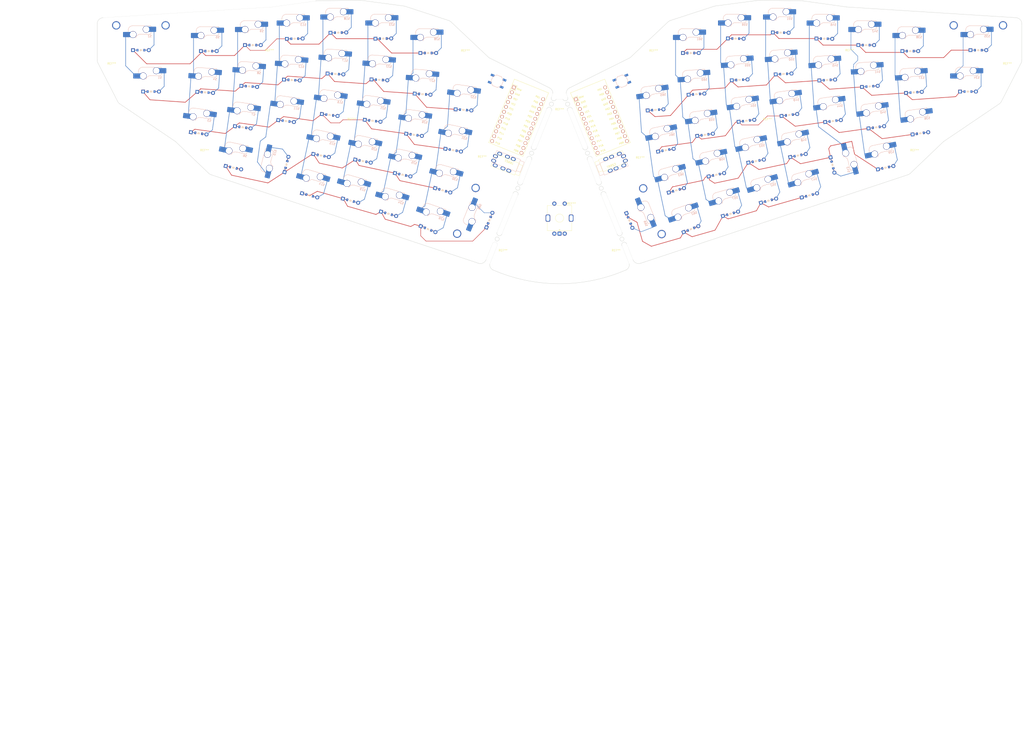
<source format=kicad_pcb>
(kicad_pcb (version 20240108) (generator "pcbnew") (generator_version "8.0")
  (title_block (title "hermes66") (rev "v1.0.0") (company "Unknown"))
  (layers (0 "F.Cu" signal) (31 "B.Cu" signal) (34 "B.Paste" user) (35 "F.Paste" user) (36 "B.SilkS" user "B.Silkscreen") (37 "F.SilkS" user "F.Silkscreen") (38 "B.Mask" user) (39 "F.Mask" user) (44 "Edge.Cuts" user))
  (net 0 "")
  (net 1 "P2")
  (net 2 "extra-outer_top")
  (net 3 "extra-outer_num")
  (net 4 "P3")
  (net 5 "outer_home")
  (net 6 "outer_top")
  (net 7 "outer_num")
  (net 8 "P4")
  (net 9 "pinky_bottom")
  (net 10 "pinky_home")
  (net 11 "pinky_top")
  (net 12 "pinky_num")
  (net 13 "P5")
  (net 14 "ring_bottom")
  (net 15 "ring_home")
  (net 16 "ring_top")
  (net 17 "ring_num")
  (net 18 "P6")
  (net 19 "middle_mod")
  (net 20 "middle_bottom")
  (net 21 "middle_home")
  (net 22 "middle_top")
  (net 23 "middle_num")
  (net 24 "P7")
  (net 25 "index_mod")
  (net 26 "index_bottom")
  (net 27 "index_home")
  (net 28 "index_top")
  (net 29 "index_num")
  (net 30 "P8")
  (net 31 "inner_mod")
  (net 32 "inner_bottom")
  (net 33 "inner_home")
  (net 34 "inner_top")
  (net 35 "inner_num")
  (net 36 "P9")
  (net 37 "thumb_mod")
  (net 38 "thumb_bottom")
  (net 39 "thumb_home")
  (net 40 "thumb_top")
  (net 41 "mirror_extra-outer_top")
  (net 42 "mirror_extra-outer_num")
  (net 43 "mirror_outer_home")
  (net 44 "mirror_outer_top")
  (net 45 "mirror_outer_num")
  (net 46 "mirror_pinky_bottom")
  (net 47 "mirror_pinky_home")
  (net 48 "mirror_pinky_top")
  (net 49 "mirror_pinky_num")
  (net 50 "mirror_ring_bottom")
  (net 51 "mirror_ring_home")
  (net 52 "mirror_ring_top")
  (net 53 "mirror_ring_num")
  (net 54 "mirror_middle_mod")
  (net 55 "mirror_middle_bottom")
  (net 56 "mirror_middle_home")
  (net 57 "mirror_middle_top")
  (net 58 "mirror_middle_num")
  (net 59 "mirror_index_mod")
  (net 60 "mirror_index_bottom")
  (net 61 "mirror_index_home")
  (net 62 "mirror_index_top")
  (net 63 "mirror_index_num")
  (net 64 "mirror_inner_mod")
  (net 65 "mirror_inner_bottom")
  (net 66 "mirror_inner_home")
  (net 67 "mirror_inner_top")
  (net 68 "mirror_inner_num")
  (net 69 "mirror_thumb_mod")
  (net 70 "mirror_thumb_bottom")
  (net 71 "mirror_thumb_home")
  (net 72 "mirror_thumb_top")
  (net 73 "mirror_thumb_thumb")
  (net 74 "P20")
  (net 75 "P21")
  (net 76 "P19")
  (net 77 "P18")
  (net 78 "P15")
  (net 79 "RAW")
  (net 80 "GND")
  (net 81 "RST")
  (net 82 "VCC")
  (net 83 "row_num")
  (net 84 "row_top")
  (net 85 "row_home")
  (net 86 "row_bottom")
  (net 87 "row_mod")
  (net 88 "P14")
  (net 89 "P16")
  (net 90 "P10")
  (net 91 "P1")
  (net 92 "P0")
  (net 93 "columns_extra-outer")
  (net 94 "columns_outer")
  (net 95 "columns_pinky")
  (net 96 "columns_ring")
  (net 97 "columns_middle")
  (net 98 "columns_index")
  (net 99 "collumns_inner")
  (footprint "ComboDiode" (layer "F.Cu") (at 320.240487 372.186014 68)
    (property "Reference" "D66" (hide yes))
    (property "Value" "" (hide yes))
  )
  (footprint "ComboDiode" (layer "F.Cu") (at 307.732323 318.953826 -4)
    (property "Reference" "D32" (hide yes))
    (property "Value" "" (hide yes))
  )
  (footprint "ComboDiode" (layer "F.Cu") (at 269.045098 284.514437 1)
    (property "Reference" "D23" (hide yes))
    (property "Value" "" (hide yes))
  )
  (footprint "ComboDiode" (layer "F.Cu") (at 290.720399 291.490546)
    (property "Reference" "D28" (hide yes))
    (property "Value" "" (hide yes))
  )
  (footprint "MountingHole:MountingHole_2.5mm" (layer "F.Cu") (at 308.646712 293.840137)
    (property "Reference" "REF**")
    (property "Value" "MountingHole_2.5mm")
  )
  (footprint "MountingHole:MountingHole_2.5mm" (layer "F.Cu") (at 570.213604 300.106983)
    (property "Reference" "REF**")
    (property "Value" "MountingHole_2.5mm")
  )
  (footprint "ComboDiode" (layer "F.Cu") (at 417.528576 376.543586 22)
    (property "Reference" "D62" (hide yes))
    (property "Value" "" (hide yes))
  )
  (footprint "ComboDiode" (layer "F.Cu") (at 196.696381 346.873946 -12)
    (property "Reference" "D6" (hide yes))
    (property "Value" "" (hide yes))
  )
  (footprint "ComboDiode" (layer "F.Cu") (at 448.945338 343.69689 11)
    (property "Reference" "D53" (hide yes))
    (property "Value" "" (hide yes))
  )
  (footprint "ComboDiode" (layer "F.Cu") (at 462.222256 301.602523 3)
    (property "Reference" "D50" (hide yes))
    (property "Value" "" (hide yes))
  )
  (footprint "ComboDiode" (layer "F.Cu") (at 245.940187 301.602523 -3)
    (property "Reference" "D17" (hide yes))
    (property "Value" "" (hide yes))
  )
  (footprint "ComboDiode" (layer "F.Cu") (at 224.88557 304.533884 -3)
    (property "Reference" "D12" (hide yes))
    (property "Value" "" (hide yes))
  )
  (footprint "ComboDiode" (layer "F.Cu") (at 233.477823 360.240984 -15)
    (property "Reference" "D14" (hide yes))
    (property "Value" "" (hide yes))
  )
  (footprint "ComboDiode" (layer "F.Cu") (at 429.784398 350.284032 12)
    (property "Reference" "D58" (hide yes))
    (property "Value" "" (hide yes))
  )
  (footprint "ComboDiode" (layer "F.Cu") (at 525.107943 310.501255 4)
    (property "Reference" "D37" (hide yes))
    (property "Value" "" (hide yes))
  )
  (footprint "ComboDiode" (layer "F.Cu") (at 465.007312 321.423024 7)
    (property "Reference" "D49" (hide yes))
    (property "Value" "" (hide yes))
  )
  (footprint "ComboDiode" (layer "F.Cu") (at 271.565402 369.149203 -16)
    (property "Reference" "D24" (hide yes))
    (property "Value" "" (hide yes))
  )
  (footprint "ComboDiode" (layer "F.Cu") (at 290.633866 376.543587 -22)
    (property "Reference" "D29" (hide yes))
    (property "Value" "" (hide yes))
  )
  (footprint "MountingHole:MountingHole_2.5mm" (layer "F.Cu") (at 393.013623 345.502567)
    (property "Reference" "REF**")
    (property "Value" "MountingHole_2.5mm")
  )
  (footprint "ComboDiode" (layer "F.Cu") (at 253.217709 362.807487 -15)
    (property "Reference" "D19" (hide yes))
    (property "Value" "" (hide yes))
  )
  (footprint "ComboDiode" (layer "F.Cu") (at 444.293647 324.214344 7)
    (property "Reference" "D54" (hide yes))
    (property "Value" "" (hide yes))
  )
  (footprint "ComboDiode" (layer "F.Cu") (at 226.281235 284.567379 1)
    (property "Reference" "D13" (hide yes))
    (property "Value" "" (hide yes))
  )
  (footprint "ComboDiode" (layer "F.Cu") (at 485.812146 345.566596 -76)
    (property "Reference" "D43" (hide yes))
    (property "Value" "" (hide yes))
  )
  (footprint "ComboDiode" (layer "F.Cu") (at 503.833587 307.602721 4)
    (property "Reference" "D41" (hide yes))
    (property "Value" "" (hide yes))
  )
  (footprint "ComboDiode" (layer "F.Cu") (at 417.442038 291.490542)
    (property "Reference" "D61" (hide yes))
    (property "Value" "" (hide yes))
  )
  (footprint "MountingHole:MountingHole_2.5mm" (layer "F.Cu") (at 326.800923 390.340179)
    (property "Reference" "REF**")
    (property "Value" "MountingHole_2.5mm")
  )
  (footprint "ComboDiode" (layer "F.Cu") (at 436.597037 369.149199 16)
    (property "Reference" "D57" (hide yes))
    (property "Value" "" (hide yes))
  )
  (footprint "MountingHole:MountingHole_2.5mm" (layer "F.Cu") (at 182.735942 341.98321)
    (property "Reference" "REF**")
    (property "Value" "MountingHole_2.5mm")
  )
  (footprint "ComboDiode" (layer "F.Cu") (at 152.042584 290.106987)
    (property "Reference" "D2" (hide yes))
    (property "Value" "" (hide yes))
  )
  (footprint "marbastlib-mx:STAB_MX_P_2u" (layer "F.Cu") (at 315.604565 370.312978 68)
    (property "Reference" "REF**" (hide yes))
    (property "Value" "STAB_MX_P_2u")
  )
  (footprint "ComboDiode" (layer "F.Cu") (at 263.868794 324.214346 -7)
    (property "Reference" "D21" (hide yes))
    (property "Value" "" (hide yes))
  )
  (footprint "ComboDiode" (layer "F.Cu") (at 441.012318 304.454773 3)
    (property "Reference" "D55" (hide yes))
    (property "Value" "" (hide yes))
  )
  (footprint "ComboDiode" (layer "F.Cu") (at 405.407347 338.412549 10)
    (property "Reference" "D64" (hide yes))
    (property "Value" "" (hide yes))
  )
  (footprint "ComboDiode" (layer "F.Cu") (at 528.23849 330.270143 8)
    (property "Reference" "D36" (hide yes))
    (property "Value" "" (hide yes))
  )
  (footprint "ComboDiode" (layer "F.Cu") (at 551.213606 310.106992)
    (property "Reference" "D34" (hide yes))
    (property "Value" "" (hide yes))
  )
  (footprint "ComboDiode" (layer "F.Cu") (at 302.755089 338.412556 -10)
    (property "Reference" "D31" (hide yes))
    (property "Value" "" (hide yes))
  )
  (footprint "ProMicro" (layer "F.Cu") (at 333.874666 323.909244 -112)
    (property "Reference" "MCU1" (hide yes))
    (property "Value" "" (hide yes))
  )
  (footprint "ComboDiode" (layer "F.Cu") (at 469.168184 341.000972 11)
    (property "Reference" "D48" (hide yes))
    (property "Value" "" (hide yes))
  )
  (footprint "ComboDiode" (layer "F.Cu") (at 278.378041 350.284036 -12)
    (property "Reference" "D25" (hide yes))
    (property "Value" "" (hide yes))
  )
  (footprint "MountingHole:MountingHole_2.5mm" (layer "F.Cu") (at 354.081223 322.222078)
    (property "Reference" "REF**")
    (property "Value" "MountingHole_2.5mm")
  )
  (footprint "marbastlib-xp-various:CON_MJ-4PP-9_Reversible" (layer "F.Cu") (at 328.098833 344.502571 158.895)
    (property "Reference" "TRRS1")
    (property "Value" "MJ-4PP-9_Reversible")
  )
  (footprint "MountingHole:MountingHole_2.5mm" (layer "F.Cu") (at 253.764474 326.960296)
    (property "Reference" "REF**")
    (property "Value" "MountingHole_2.5mm")
  )
  (footprint "ComboDiode" (layer "F.Cu") (at 259.2171 343.69689 -11)
    (property "Reference" "D20" (hide yes))
    (property "Value" "" (hide yes))
  )
  (footprint "MountingHole:MountingHole_2.5mm" (layer "F.Cu") (at 525.4265 341.983207)
    (property "Reference" "REF**")
    (property "Value" "MountingHole_2.5mm")
  )
  (footprint "ComboDiode" (layer "F.Cu") (at 486.061913 324.354392 7)
    (property "Reference" "D44" (hide yes))
    (property "Value" "" (hide yes))
  )
  (footprint "ComboDiode" (layer "F.Cu") (at 243.155135 321.423024 -7)
    (property "Reference" "D16" (hide yes))
    (property "Value" "" (hide yes))
  )
  (footprint "marbastlib-mx:STAB_MX_P_2u" (layer "F.Cu") (at 392.438617 370.502567 -68)
    (property "Reference" "REF**" (hide yes))
    (property "Value" "STAB_MX_P_2u")
  )
  (footprint "ComboDiode" (layer "F.Cu") (at 420.183512 311.359885 4)
    (property "Reference" "D60" (hide yes))
    (property "Value" "" (hide yes))
  )
  (footprint "marbastlib-mx:STAB_MX_P_2u" (layer "F.Cu") (at 556.213606 285.106985)
    (property "Reference" "REF**" (hide yes))
    (property "Value" "STAB_MX_P_2u")
  )
  (footprint "ComboDiode" (layer "F.Cu") (at 222.100519 324.354386 -7)
    (property "Reference" "D11" (hide yes))
    (property "Value" "" (hide yes))
  )
  (footprint "ComboDiode" (layer "F.Cu") (at 283.858114 330.989598 -8)
    (property "Reference" "D26" (hide yes))
    (property "Value" "" (hide yes))
  )
  (footprint "ComboDiode" (layer "F.Cu") (at 238.994255 341.000977 -11)
    (property "Reference" "D15" (hide yes))
    (property "Value" "" (hide yes))
  )
  (footprint "ComboDiode" (layer "F.Cu") (at 410.468778 357.795695 16)
    (property "Reference" "D63" (hide yes))
    (property "Value" "" (hide yes))
  )
  (footprint "ComboDiode" (layer "F.Cu") (at 424.304327 330.989592 8)
    (property "Reference" "D59" (hide yes))
    (property "Value" "" (hide yes))
  )
  (footprint "ComboDiode" (layer "F.Cu") (at 400.430118 318.953828 4)
    (property "Reference" "D65" (hide yes))
    (property "Value" "" (hide yes))
  )
  (footprint "ComboDiode" (layer "F.Cu") (at 556.213605 290.106984)
    (property "Reference" "D35" (hide yes))
    (property "Value" "" (hide yes))
  )
  (footprint "ComboDiode" (layer "F.Cu") (at 179.92395 330.270145 -8)
    (property "Reference" "D3" (hide yes))
    (property "Value" "" (hide yes))
  )
  (footprint "ComboDiode" (layer "F.Cu") (at 204.328855 307.602715 -4)
    (property "Reference" "D8" (hide yes))
    (property "Value" "" (hide yes))
  )
  (footprint "ComboDiode" (layer "F.Cu") (at 206.072768 287.663614)
    (property "Reference" "D9" (hide yes))
    (property "Value" "" (hide yes))
  )
  (footprint "ComboDiode" (layer "F.Cu") (at 156.948834 310.106987)
    (property "Reference" "D1" (hide yes))
    (property "Value" "" (hide yes))
  )
  (footprint "ComboDiode" (layer "F.Cu") (at 184.798405 290.562161)
    (property "Reference" "D5" (hide yes))
    (property "Value" "" (hide yes))
  )
  (footprint "ComboDiode" (layer "F.Cu") (at 483.276866 304.533884 3)
    (property "Reference" "D45" (hide yes))
    (property "Value" "" (hide yes))
  )
  (footprint "ComboDiode" (layer "F.Cu") (at 523.364038 290.562151)
    (property "Reference" "D38" (hide yes))
    (property "Value" "" (hide yes))
  )
  (footprint "marbastlib-xp-various:CON_MJ-4PP-9_Reversible" (layer "F.Cu") (at 380.048416 344.502571 21.103)
    (property "Reference" "TRRS2")
    (property "Value" "MJ-4PP-9_Reversible")
  )
  (footprint "ComboDiode" (layer "F.Cu") (at 460.826594 281.63602 -1)
    (property "Reference" "D51" (hide yes))
    (property "Value" "" (hide yes))
  )
  (footprint "MountingHole:MountingHole_2.5mm" (layer "F.Cu") (at 214.072767 293.663613)
    (property "Reference" "REF**")
    (property "Value" "MountingHole_2.5mm")
  )
  (footprint "ComboDiode" (layer "F.Cu") (at 511.466056 346.873944 12)
    (property "Reference" "D39" (hide yes))
    (property "Value" "" (hide yes))
  )
  (footprint "ComboDiode" (layer "F.Cu") (at 183.054491 310.501264 -4)
    (property "Reference" "D4" (hide yes))
    (property "Value" "" (hide yes))
  )
  (footprint "ComboDiode" (layer "F.Cu") (at 506.964129 327.371592 8)
    (property "Reference" "D40" (hide yes))
    (property "Value" "" (hide yes))
  )
  (footprint "ComboDiode" (layer "F.Cu") (at 201.198308 327.371602 -8)
    (property "Reference" "D7" (hide yes))
    (property "Value" "" (hide yes))
  )
  (footprint "ComboDiode" (layer "F.Cu") (at 454.944734 362.807488 15)
    (property "Reference" "D52" (hide yes))
    (property "Value" "" (hide yes))
  )
  (footprint "ComboDiode" (layer "F.Cu") (at 267.150124 304.454777 -3)
    (property "Reference" "D22" (hide yes))
    (property "Value" "" (hide yes))
  )
  (footprint "marbastlib-various:ROT_Alps_EC11E-Switch" (layer "F.Cu") (at 354.081222 371.222078)
    (property "Reference" "REF**")
    (property "Value" "ROT_Alps_EC11E-Switch")
  )
  (footprint "ComboDiode" (layer "F.Cu") (at 474.684616 360.240983 15)
    (property "Reference" "D47" (hide yes))
    (property "Value" "" (hide yes))
  )
  (footprint "MountingHole:MountingHole_2.5mm" (layer "F.Cu") (at 454.397966 326.96029)
    (property "Reference" "REF**")
    (property "Value" "MountingHole_2.5mm")
  )
  (footprint "ComboDiode" (layer "F.Cu") (at 297.69366 357.795692 -16)
    (property "Reference" "D30" (hide yes))
    (property "Value" "" (hide yes))
  )
  (footprint "ComboDiode" (layer "F.Cu") (at 222.300311 345.316598 76)
    (property "Reference" "D10" (hide yes))
    (property "Value" "" (hide yes))
  )
  (footprint "ComboDiode" (layer "F.Cu") (at 247.335847 281.636019 1)
    (property "Reference" "D18" (hide yes))
    (property "Value" "" (hide yes))
  )
  (footprint "ComboDiode" (layer "F.Cu") (at 502.089675 287.663617)
    (property "Reference" "D42" (hide yes))
    (property "Value" "" (hide yes))
  )
  (footprint "MountingHole:MountingHole_2.5mm" (layer "F.Cu") (at 316.734728 345.05737)
    (property "Reference" "REF**")
    (property "Value" "MountingHole_2.5mm")
  )
  (footprint "ComboDiode" (layer "F.Cu") (at 387.802697 372.375597 -68)
    (property "Reference" "D66" (hide yes))
    (property "Value" "" (hide yes))
  )
  (footprint "ComboDiode" (layer "F.Cu") (at 481.881204 284.56738 -1)
    (property "Reference" "D46" (hide yes))
    (property "Value" "" (hide yes))
  )
  (footprint "MountingHole:MountingHole_2.5mm" (layer "F.Cu") (at 381.361528 390.340176)
    (property "Reference" "REF**")
    (property "Value" "MountingHole_2.5mm")
  )
  (footprint "MountingHole:MountingHole_2.5mm" (layer "F.Cu") (at 399.465746 293.840138)
    (property "Reference" "REF**")
    (property "Value" "MountingHole_2.5mm")
  )
  (footprint "ProMicro" (layer "F.Cu") (at 374.287772 323.90925 -68)
    (property "Reference" "MCU2" (hide yes))
    (property "Value" "" (hide yes))
  )
  (footprint "ComboDiode" (layer "F.Cu") (at 287.978929 311.359889 -4)
    (property "Reference" "D27" (hide yes))
    (property "Value" "" (hide yes))
  )
  (footprint "MountingHole:MountingHole_2.5mm" (layer "F.Cu") (at 494.089675 293.663615)
    (property "Reference" "REF**")
    (property "Value" "MountingHole_2.5mm")
  )
  (footprint "ComboDiode" (layer "F.Cu") (at 439.117346 284.514442 -1)
    (property "Reference" "D56" (hide yes))
    (property "Value" "" (hide yes))
  )
  (footprint "MountingHole:MountingHole_2.5mm" (layer "F.Cu") (at 137.948834 300.10699)
    (property "Reference" "REF**")
    (property "Value" "MountingHole_2.5mm")
  )
  (footprint "E73:SW_TACT_ALPS_SKQGABE010" (layer "B.Cu") (at 323.948832 305.106985 158)
    (property "Reference" "B1" (hide yes))
    (property "Value" "" (hide yes))
  )
  (footprint "marbastlib-mx:SW_MX_HS_CPG151101S11_1u" (layer "B.Cu") (at 299.071844 352.989387 164.67)
    (property "Reference" "S30")
    (property "Value" "")
  )
  (footprint "marbastlib-mx:SW_MX_HS_CPG151101S11_1u" (layer "B.Cu") (at 443.684304 319.251617 -172)
    (property "Reference" "S54")
    (property "Value" "")
  )
  (footprint "marbastlib-mx:SW_MX_HS_CPG151101S11_1.5u" (layer "B.Cu") (at 551.213604 305.106983 180)
    (property "Reference" "S34")
    (property "Value" "")
  )
  (footprint "marbastlib-mx:SW_MX_HS_CPG151101S11_1.5u" (layer "B.Cu") (at 217.448835 344.106988 -104)
    (property "Reference" "S10")
    (property "Value" "")
  )
  (footprint "marbastlib-mx:SW_MX_HS_CPG151101S11_1u" (layer "B.Cu") (at 290.720403 286.490543 180)
    (property "Reference" "S28")
    (property "Value" "")
  )
  (footprint "marbastlib-mx:SW_MX_HS_CPG151101S11_1u" (layer "B.Cu") (at 264.47814 319.251614 172)
    (property "Reference" "S21")
    (property "Value" "")
  )
  (footprint "marbastlib-mx:SW_MX_HS_CPG151101S11_1u" (layer "B.Cu") (at 234.771917 355.411356 164)
    (property "Reference" "S14")
    (property "Value" "")
  )
  (footprint "marbastlib-mx:SW_MX_HS_CPG151101S11_1u" (layer "B.Cu") (at 247.248585 276.636784 180)
    (property "Reference" "S18")
    (property "Value" "")
  )
  (footprint "marbastlib-mx:STAB_MX_P_2u" (layer "B.Cu") (at 152.042584 285.106989 180)
    (property "Reference" "REF**" (hide yes))
    (property "Value" "STAB_MX_P_2u")
  )
  (footprint "marbastlib-mx:SW_MX_HS_CPG151101S11_1.5u" (layer "B.Cu") (at 490.663626 344.106984 104)
    (property "Reference" "S43")
    (property "Value" "")
  )
  (footprint "marbastlib-mx:SW_MX_HS_CPG151101S11_1u" (layer "B.Cu") (at 292.506897 371.907666 161)
    (property "Reference" "S29")
    (property "Value" "")
  )
  (footprint "marbastlib-mx:SW_MX_HS_CPG151101S11_1u" (layer "B.Cu") (at 225.147256 299.540735 176)
    (property "Reference" "S12")
    (property "Value" "")
  )
  (footprint "E73:SW_TACT_ALPS_SKQGABE010" (layer "B.Cu") (at 384.163624 305.106986 22)
    (property "Reference" "B2" (hide yes))
    (property "Value" "" (hide yes))
  )
  (footprint "marbastlib-mx:SW_MX_HS_CPG151101S11_1u" (layer "B.Cu") (at 246.201862 296.60937 176)
    (property "Reference" "S17")
    (property "Value" "")
  )
  (footprint "marbastlib-mx:SW_MX_HS_CPG151101S11_1u" (layer "B.Cu") (at 268.957839 279.515202 180)
    (property "Reference" "S23")
    (property "Value" "")
  )
  (footprint "marbastlib-mx:SW_MX_HS_CPG151101S11_1u" (layer "B.Cu") (at 419.83473 306.372063 -176)
    (property "Reference" "S60")
    (property "Value" "")
  )
  (footprint "marbastlib-mx:SW_MX_HS_CPG151101S11_1u" (layer "B.Cu") (at 243.764474 316.460296 172)
    (property "Reference" "S16")
    (property "Value" "")
  )
  (footprint "marbastlib-mx:SW_MX_HS_CPG151101S11_1u" (layer "B.Cu") (at 473.390525 355.411353 -164)
    (property "Reference" "S47")
    (property "Value" "")
  )
  (footprint "marbastlib-mx:SW_MX_HS_CPG151101S11_1u" (layer "B.Cu") (at 435.218854 364.342889 -164)
    (property "Reference" "S57")
    (property "Value" "")
  )
  (footprint "marbastlib-mx:SW_MX_HS_CPG151101S11_1u" (layer "B.Cu") (at 464.397966 316.46029 -172)
    (property "Reference" "S49")
    (property "Value" "")
  )
  (footprint "marbastlib-mx:SW_MX_HS_CPG151101S11_1u" (layer "B.Cu") (at 510.4265 341.983207 -168)
    (property "Reference" "S39")
    (property "Value" "")
  )
  (footprint "marbastlib-mx:SW_MX_HS_CPG151101S11_1u" (layer "B.Cu") (at 222.709869 319.391657 172)
    (property "Reference" "S11")
    (property "Value" "")
  )
  (footprint "marbastlib-mx:SW_MX_HS_CPG151101S11_1u" (layer "B.Cu") (at 260.171147 338.788753 168)
    (property "Reference" "S20")
    (property "Value" "")
  )
  (footprint "marbastlib-mx:SW_MX_HS_CPG151101S11_1u" (layer "B.Cu") (at 303.623335 333.488514 168.34)
    (property "Reference" "S31")
    (property "Value" "")
  )
  (footprint "marbastlib-mx:SW_MX_HS_CPG151101S11_1u" (layer "B.Cu") (at 226.193975 279.568141 180)
    (property "Reference" "S13")
    (property "Value" "")
  )
  (footprint "marbastlib-mx:SW_MX_HS_CPG151101S11_1u" (layer "B.Cu") (at 447.991294 338.788753 -168)
    (property "Reference" "S53")
    (property "Value" "")
  )
  (footprint "marbastlib-mx:SW_MX_HS_CPG151101S11_1u" (layer "B.Cu") (at 284.553976 326.038252 172)
    (property "Reference" "S26")
    (property "Value" "")
  )
  (footprint "marbastlib-mx:SW_MX_HS_CPG151101S11_1u" (layer "B.Cu") (at 180.619812 325.3188 172)
    (property "Reference" "S3")
    (property "Value" "")
  )
  (footprint "marbastlib-mx:SW_MX_HS_CPG151101S11_1u" (layer "B.Cu") (at 184.798403 285.562155 180)
    (property "Reference" "S5")
    (property "Value" "")
  )
  (footprint "marbastlib-mx:SW_MX_HS_CPG151101S11_1u" (layer "B.Cu") (at 183.403276 305.513436 176)
    (property "Reference" "S4")
    (property "Value" "")
  )
  (footprint "marbastlib-mx:SW_MX_HS_CPG151101S11_1u" (layer "B.Cu") (at 523.364034 285.562157 180)
    (property "Reference" "S38")
    (property "Value" "")
  )
  (footprint "marbastlib-mx:SW_MX_HS_CPG151101S11_1u" (layer "B.Cu") (at 400.081338 313.966006 -172)
    (property "Reference" "S65")
    (property "Value" "")
  )
  (footprint "marbastlib-mx:SW_MX_HS_CPG151101S11_1u" (layer "B.Cu") (at 288.327709 306.372066 176)
    (property "Reference" "S27")
    (property "Value" "")
  )
  (footprint "marbastlib-mx:SW_MX_HS_CPG151101S11_1u" (layer "B.Cu") (at 272.943587 364.342885 164)
    (property "Reference" "S24")
    (property "Value" "")
  )
  (footprint "marbastlib-mx:SW_MX_HS_CPG151101S11_1u" (layer "B.Cu") (at 392.438617 370.502567 112)
    (property "Reference" "S66")
    (property "Value" "")
  )
  (footprint "marbastlib-mx:SW_MX_HS_CPG151101S11_1u" (layer "B.Cu") (at 453.650638 357.977861 -164)
    (property "Reference" "S52")
    (property "Value" "")
  )
  (footprint "marbastlib-mx:SW_MX_HS_CPG151101S11_1u" (layer "B.Cu") (at 483.015187 299.540737 -176)
    (property "Reference" "S45")
    (property "Value" "")
  )
  (footprint "marbastlib-mx:SW_MX_HS_CPG151101S11_1u" (layer "B.Cu") (at 239.948297 336.092839 168)
    (property "Reference" "S15")
    (property "Value" "")
  )
  (footprint "marbastlib-mx:SW_MX_HS_CPG151101S11_1u" (layer "B.Cu") (at 460.913857 276.636784 180)
    (property "Reference" "S51")
    (property "Value" "")
  )
  (footprint "marbastlib-mx:SW_MX_HS_CPG151101S11_1u" (layer "B.Cu") (at 506.268263 322.420255 -172)
    (property "Reference" "S40")
    (property "Value" "")
  )
  (footprint "marbastlib-mx:SW_MX_HS_CPG151101S11_1u" (layer "B.Cu") (at 556.213606 285.106985 180)
    (property "Reference" "S35")
    (property "Value" "")
  )
  (footprint "marbastlib-mx:SW_MX_HS_CPG151101S11_1u" (layer "B.Cu") (at 503.484801 302.614893 -176)
    (property "Reference" "S41")
    (property "Value" "")
  )
  (footprint "marbastlib-mx:SW_MX_HS_CPG151101S11_1u" (layer "B.Cu") (at 197.735942 341.98321 168)
    (property "Reference" "S6")
    (property "Value" "")
  )
  (footprint "marbastlib-mx:SW_MX_HS_CPG151101S11_1u" (layer "B.Cu") (at 279.4176 345.393295 168)
    (property "Reference" "S25")
    (property "Value" "")
  )
  (footprint "marbastlib-mx:SW_MX_HS_CPG151101S11_1u" (layer "B.Cu") (at 423.608462 326.038259 -172)
    (property "Reference" "S59")
    (property "Value" "")
  )
  (footprint "marbastlib-mx:SW_MX_HS_CPG151101S11_1u" (layer "B.Cu") (at 417.442037 286.490543 180)
    (property "Reference" "S61")
    (property "Value" "")
  )
  (footprint "marbastlib-mx:SW_MX_HS_CPG151101S11_1u" (layer "B.Cu") (at 415.655538 371.907672 -161)
    (property "Reference" "S62")
    (property "Value" "")
  )
  (footprint "marbastlib-mx:SW_MX_HS_CPG151101S11_1u" (layer "B.Cu") (at 404.539102 333.488513 -168.34)
    (property "Reference" "S64")
    (property "Value" "")
  )
  (footprint "marbastlib-mx:SW_MX_HS_CPG151101S11_1u" (layer "B.Cu") (at 527.542626 325.318793 -172)
    (property "Reference" "S36")
    (property "Value" "")
  )
  (footprint "marbastlib-mx:SW_MX_HS_CPG151101S11_1u" (layer "B.Cu") (at 201.89418 322.420256 172)
    (property "Reference" "S7")
    (property "Value" "")
  )
  (footprint "marbastlib-mx:SW_MX_HS_CPG151101S11_1u" (layer "B.Cu") (at 254.511804 357.977861 164)
    (property "Reference" "S19")
    (property "Value" "")
  )
  (footprint "marbastlib-mx:SW_MX_HS_CPG151101S11_1u" (layer "B.Cu") (at 485.45257 319.39166 -172)
    (property "Reference" "S44")
    (property "Value" "")
  )
  (footprint "marbastlib-mx:SW_MX_HS_CPG151101S11_1u" (layer "B.Cu") (at 206.072767 282.663613 180)
    (property "Reference" "S9")
    (property "Value" "")
  )
  (footprint "marbastlib-mx:SW_MX_HS_CPG151101S11_1u" (layer "B.Cu") (at 524.759161 305.51344 -176)
    (property "Reference" "S37")
    (property "Value" "")
  )
  (footprint "marbastlib-mx:SW_MX_HS_CPG151101S11_1.5u" (layer "B.Cu") (at 156.948834 305.10699 180)
    (property "Reference" "S1")
    (property "Value" "")
  )
  (footprint "marbastlib-mx:SW_MX_HS_CPG151101S11_1u" (layer "B.Cu") (at 461.960574 296.609376 -176)
    (property "Reference" "S50")
    (property "Value" "")
  )
  (footprint "marbastlib-mx:SW_MX_HS_CPG151101S11_1u" (layer "B.Cu") (at 308.081102 313.966006 172)
    (property "Reference" "S32")
    (property "Value" "")
  )
  (footprint "marbastlib-mx:SW_MX_HS_CPG151101S11_1u" (layer "B.Cu") (at 409.090595 352.989384 -164.67)
    (property "Reference" "S63")
    (property "Value" "")
  )
  (footprint "marbastlib-mx:SW_MX_HS_CPG151101S11_1u" (layer "B.Cu") (at 152.042584 285.106989 180)
    (property "Reference" "S2")
    (property "Value" "")
  )
  (footprint "marbastlib-mx:SW_MX_HS_CPG151101S11_1u" (layer "B.Cu") (at 440.750637 299.461625 -176)
    (property "Reference" "S55")
    (property "Value" "")
  )
  (footprint "marbastlib-mx:SW_MX_HS_CPG151101S11_1u" (layer "B.Cu") (at 315.604565 370.312978 -112)
    (property "Reference" "S66")
    (property "Value" "")
  )
  (footprint "marbastlib-mx:SW_MX_HS_CPG151101S11_1u" (layer "B.Cu") (at 428.74484 345.393293 -168)
    (property "Reference" "S58")
    (property "Value" "")
  )
  (footprint "marbastlib-mx:SW_MX_HS_CPG151101S11_1u" (layer "B.Cu") (at 267.411799 299.461626 176)
    (property "Reference" "S22")
    (property "Value" "")
  )
  (footprint "marbastlib-mx:SW_MX_HS_CPG151101S11_1u" (layer "B.Cu") (at 468.214144 336.09284 -168)
    (property "Reference" "S48")
    (property "Value" "")
  )
  (footprint "marbastlib-mx:SW_MX_HS_CPG151101S11_1u" (layer "B.Cu") (at 502.089675 282.663615 180)
    (property "Reference" "S42")
    (property "Value" "")
  )
  (footprint "marbastlib-mx:SW_MX_HS_CPG151101S11_1u" (layer "B.Cu") (at 439.204606 279.515204 180)
    (property "Reference" "S56")
    (property "Value" "")
  )
  (footprint "marbastlib-mx:SW_MX_HS_CPG151101S11_1u" (layer "B.Cu") (at 204.677635 302.614895 176)
    (property "Reference" "S8")
    (property "Value" "")
  )
  (footprint "marbastlib-mx:SW_MX_HS_CPG151101S11_1u" (layer "B.Cu") (at 481.968463 279.568148 180)
    (property "Reference" "S46")
    (property "Value" "")
  )
  (gr_arc (start 320.418612 293.948109) (mid 320.039201 293.722702) (end 319.696968 293.444067) (stroke (width 0.15)) (layer "Edge.Cuts"))
  (gr_arc (start 300.58004 275.781715) (mid 301.182267 276.054729) (end 301.710036 276.453066) (stroke (width 0.15)) (layer "Edge.Cuts"))
  (gr_line (start 130.948838 294.883007) (end 130.948834 277.423056) (stroke (width 0.15)) (layer "Edge.Cuts"))
  (gr_arc (start 349.199695 308.295754) (mid 350.407304 309.393927) (end 350.861198 310.961813) (stroke (width 0.15)) (layer "Edge.Cuts"))
  (gr_line (start 384.252037 378.094927) (end 376.489943 359.154888) (stroke (width 0.05)) (layer "Edge.Cuts"))
  (gr_line (start 236.387119 266.346661) (end 215.62397 269.237452) (stroke (width 0.05)) (layer "Edge.Cuts"))
  (gr_arc (start 374.157629 360.055064) (mid 374.873702 358.438829) (end 376.489943 359.154888) (stroke (width 0.15)) (layer "Edge.Cuts"))
  (gr_arc (start 357.301241 310.961816) (mid 357.755148 309.393938) (end 358.962744 308.295758) (stroke (width 0.15)) (layer "Edge.Cuts"))
  (gr_line (start 334.016728 360.024796) (end 326.257079 378.95876) (stroke (width 0.05)) (layer "Edge.Cuts"))
  (gr_arc (start 388.465471 293.444062) (mid 388.123234 293.722695) (end 387.743828 293.948115) (stroke (width 0.15)) (layer "Edge.Cuts"))
  (gr_line (start 168.55058 334.11314) (end 141.836394 316.038357) (stroke (width 0.15)) (layer "Edge.Cuts"))
  (gr_line (start 492.538478 269.237455) (end 471.775317 266.346665) (stroke (width 0.15)) (layer "Edge.Cuts"))
  (gr_line (start 350.133364 312.880464) (end 350.861198 310.961813) (stroke (width 0.05)) (layer "Edge.Cuts"))
  (gr_line (start 236.748449 266.318464) (end 257.339438 265.959045) (stroke (width 0.15)) (layer "Edge.Cuts"))
  (gr_arc (start 367.616406 336.597572) (mid 366.900354 338.213862) (end 365.284092 337.497748) (stroke (width 0.15)) (layer "Edge.Cuts"))
  (gr_line (start 523.368865 349.602836) (end 539.218512 334.430714) (stroke (width 0.15)) (layer "Edge.Cuts"))
  (gr_arc (start 336.249792 354.455829) (mid 334.633532 355.171936) (end 333.917478 353.555653) (stroke (width 0.15)) (layer "Edge.Cuts"))
  (gr_line (start 352.465678 313.78064) (end 355.708681 313.78064) (stroke (width 0.05)) (layer "Edge.Cuts"))
  (gr_line (start 340.546039 336.597574) (end 347.888385 318.479701) (stroke (width 0.05)) (layer "Edge.Cuts"))
  (gr_arc (start 523.368863 349.602835) (mid 522.841272 350.006134) (end 522.237877 350.283468) (stroke (width 0.15)) (layer "Edge.Cuts"))
  (gr_arc (start 326.257079 378.95876) (mid 324.640817 379.674872) (end 323.924765 378.058584) (stroke (width 0.15)) (layer "Edge.Cuts"))
  (gr_line (start 342.878353 337.49775) (end 350.220699 319.379877) (stroke (width 0.05)) (layer "Edge.Cuts"))
  (gr_line (start 387.743828 293.948115) (end 358.962744 308.295758) (stroke (width 0.15)) (layer "Edge.Cuts"))
  (gr_arc (start 168.55058 334.11314) (mid 168.753957 334.263627) (end 168.943933 334.430713) (stroke (width 0.15)) (layer "Edge.Cuts"))
  (gr_arc (start 338.312975 342.16654) (mid 339.929236 341.450429) (end 340.645289 343.066716) (stroke (width 0.15)) (layer "Edge.Cuts"))
  (gr_arc (start 406.4524 276.453066) (mid 406.980182 276.054752) (end 407.582397 275.78172) (stroke (width 0.15)) (layer "Edge.Cuts"))
  (gr_arc (start 131.279036 296.251283) (mid 131.032561 295.586783) (end 130.948838 294.883007) (stroke (width 0.15)) (layer "Edge.Cuts"))
  (gr_line (start 389.515863 391.297911) (end 386.499674 383.658027) (stroke (width 0.05)) (layer "Edge.Cuts"))
  (gr_arc (start 450.37632 265.984617) (mid 450.59918 265.963486) (end 450.822996 265.959041) (stroke (width 0.15)) (layer "Edge.Cuts"))
  (gr_line (start 574.403168 274.429046) (end 492.762607 269.26012) (stroke (width 0.15)) (layer "Edge.Cuts"))
  (gr_line (start 336.249792 354.455829) (end 340.645289 343.066716) (stroke (width 0.05)) (layer "Edge.Cuts"))
  (gr_arc (start 384.252037 378.094927) (mid 383.535985 379.711217) (end 381.919723 378.995103) (stroke (width 0.15)) (layer "Edge.Cuts"))
  (gr_line (start 301.710036 276.453066) (end 319.696968 293.444067) (stroke (width 0.15)) (layer "Edge.Cuts"))
  (gr_arc (start 321.84402 396.193493) (mid 320.705257 394.997896) (end 320.440474 393.368127) (stroke (width 0.15)) (layer "Edge.Cuts"))
  (gr_arc (start 236.387119 266.346661) (mid 236.567357 266.327096) (end 236.748449 266.318464) (stroke (width 0.15)) (layer "Edge.Cuts"))
  (gr_arc (start 130.948834 277.423056) (mid 131.761529 275.369869) (end 133.759272 274.429049) (stroke (width 0.15)) (layer "Edge.Cuts"))
  (gr_line (start 567.314696 314.921931) (end 576.883405 296.251281) (stroke (width 0.15)) (layer "Edge.Cuts"))
  (gr_line (start 539.611856 334.113142) (end 566.326045 316.038357) (stroke (width 0.15)) (layer "Edge.Cuts"))
  (gr_line (start 358.040995 312.880464) (end 357.301241 310.961816) (stroke (width 0.05)) (layer "Edge.Cuts"))
  (gr_line (start 279.535272 268.919082) (end 300.58004 275.781715) (stroke (width 0.15)) (layer "Edge.Cuts"))
  (gr_arc (start 278.999498 268.797293) (mid 279.270179 268.845896) (end 279.535272 268.919082) (stroke (width 0.15)) (layer "Edge.Cuts"))
  (gr_arc (start 352.465678 313.78064) (mid 350.849405 314.496779) (end 350.133364 312.880464) (stroke (width 0.15)) (layer "Edge.Cuts"))
  (gr_arc (start 471.413991 266.318461) (mid 471.59508 266.327101) (end 471.775317 266.346665) (stroke (width 0.15)) (layer "Edge.Cuts"))
  (gr_line (start 257.786113 265.984619) (end 278.999498 268.797293) (stroke (width 0.15)) (layer "Edge.Cuts"))
  (gr_arc (start 347.888385 318.479701) (mid 349.504657 317.763562) (end 350.220699 319.379877) (stroke (width 0.15)) (layer "Edge.Cuts"))
  (gr_arc (start 367.517155 343.066716) (mid 368.233218 341.450459) (end 369.849469 342.16654) (stroke (width 0.15)) (layer "Edge.Cuts"))
  (gr_line (start 333.917478 353.555653) (end 338.312975 342.16654) (stroke (width 0.05)) (layer "Edge.Cuts"))
  (gr_line (start 387.721971 393.368126) (end 384.16736 384.558203) (stroke (width 0.05)) (layer "Edge.Cuts"))
  (gr_line (start 365.284092 337.497748) (end 357.941743 319.379877) (stroke (width 0.05)) (layer "Edge.Cuts"))
  (gr_line (start 471.413991 266.318461) (end 450.822996 265.959041) (stroke (width 0.15)) (layer "Edge.Cuts"))
  (gr_line (start 184.793578 349.602834) (end 168.943933 334.430713) (stroke (width 0.15)) (layer "Edge.Cuts"))
  (gr_line (start 393.240919 393.021859) (end 522.237877 350.283468) (stroke (width 0.15)) (layer "Edge.Cuts"))
  (gr_arc (start 357.941743 319.379877) (mid 358.657806 317.76362) (end 360.274057 318.479701) (stroke (width 0.15)) (layer "Edge.Cuts"))
  (gr_arc (start 567.314696 314.921931) (mid 566.890843 315.542551) (end 566.326045 316.038357) (stroke (width 0.15)) (layer "Edge.Cuts"))
  (gr_line (start 577.213604 294.88301) (end 577.213606 277.423058) (stroke (width 0.15)) (layer "Edge.Cuts"))
  (gr_line (start 215.62397 269.237452) (end 133.759272 274.429049) (stroke (width 0.05)) (layer "Edge.Cuts"))
  (gr_arc (start 384.16736 384.558203) (mid 384.883423 382.941946) (end 386.499674 383.658027) (stroke (width 0.15)) (layer "Edge.Cuts"))
  (gr_line (start 381.919723 378.995103) (end 374.157629 360.055064) (stroke (width 0.05)) (layer "Edge.Cuts"))
  (gr_arc (start 577.213604 294.88301) (mid 577.129893 295.586786) (end 576.883405 296.251281) (stroke (width 0.15)) (layer "Edge.Cuts"))
  (gr_line (start 369.849469 342.16654) (end 374.244965 353.555649) (stroke (width 0.05)) (layer "Edge.Cuts"))
  (gr_line (start 450.37632 265.984617) (end 429.16294 268.797286) (stroke (width 0.15)) (layer "Edge.Cuts"))
  (gr_line (start 320.418612 293.94811) (end 349.199692 308.295755) (stroke (width 0.15)) (layer "Edge.Cuts"))
  (gr_line (start 323.924765 378.058584) (end 331.684414 359.12462) (stroke (width 0.05)) (layer "Edge.Cuts"))
  (gr_line (start 360.274057 318.479701) (end 367.616406 336.597572) (stroke (width 0.05)) (layer "Edge.Cuts"))
  (gr_line (start 140.847743 314.92193) (end 131.279036 296.251283) (stroke (width 0.15)) (layer "Edge.Cuts"))
  (gr_arc (start 342.878353 337.49775) (mid 341.262091 338.213861) (end 340.546039 336.597574) (stroke (width 0.15)) (layer "Edge.Cuts"))
  (gr_arc (start 539.218512 334.430714) (mid 539.408485 334.263632) (end 539.611856 334.113142) (stroke (width 0.15)) (layer "Edge.Cuts"))
  (gr_circle (center 374.201297 356.805357) (end 375.201297 356.805357) (stroke (width 0.15)) (fill none) (layer "Edge.Cuts"))
  (gr_circle (center 333.967103 356.790225) (end 334.967103 356.790225) (stroke (width 0.15)) (fill none) (layer "Edge.Cuts"))
  (gr_line (start 428.627168 268.919084) (end 407.582397 275.78172) (stroke (width 0.15)) (layer "Edge.Cuts"))
  (gr_arc (start 141.836394 316.038358) (mid 141.27159 315.542556) (end 140.847743 314.92193) (stroke (width 0.15)) (layer "Edge.Cuts"))
  (gr_line (start 318.646579 391.297911) (end 321.677129 383.621686) (stroke (width 0.05)) (layer "Edge.Cuts"))
  (gr_arc (start 358.040995 312.880464) (mid 357.324943 314.496753) (end 355.708681 313.78064) (stroke (width 0.15)) (layer "Edge.Cuts"))
  (gr_line (start 314.921521 393.021864) (end 185.924565 350.283471) (stroke (width 0.15)) (layer "Edge.Cuts"))
  (gr_arc (start 387.721971 393.368126) (mid 387.457212 394.997908) (end 386.318425 396.193492) (stroke (width 0.15)) (layer "Edge.Cuts"))
  (gr_arc (start 331.684414 359.12462) (mid 333.300674 358.40851) (end 334.016728 360.024796) (stroke (width 0.15)) (layer "Edge.Cuts"))
  (gr_arc (start 318.646579 391.297911) (mid 317.12504 392.896715) (end 314.921521 393.021864) (stroke (width 0.15)) (layer "Edge.Cuts"))
  (gr_circle (center 323.967104 381.290223) (end 324.967104 381.290223) (stroke (width 0.15)) (fill none) (layer "Edge.Cuts"))
  (gr_arc (start 257.339438 265.959045) (mid 257.563253 265.963492) (end 257.786113 265.984619) (stroke (width 0.15)) (layer "Edge.Cuts"))
  (gr_circle (center 340.595664 339.832145) (end 341.595664 339.832145) (stroke (width 0.15)) (fill none) (layer "Edge.Cuts"))
  (gr_line (start 320.440474 393.368127) (end 324.009443 384.521862) (stroke (width 0.05)) (layer "Edge.Cuts"))
  (gr_arc (start 393.240918 393.021857) (mid 391.037414 392.896657) (end 389.515863 391.297911) (stroke (width 0.15)) (layer "Edge.Cuts"))
  (gr_circle (center 357.991369 316.145305) (end 358.991369 316.145305) (stroke (width 0.15)) (fill none) (layer "Edge.Cuts"))
  (gr_arc (start 185.924565 350.283471) (mid 185.321163 350.006141) (end 184.793578 349.602834) (stroke (width 0.15)) (layer "Edge.Cuts"))
  (gr_arc (start 574.403166 274.429044) (mid 576.400939 275.36984) (end 577.213606 277.423058) (stroke (width 0.15)) (layer "Edge.Cuts"))
  (gr_line (start 406.4524 276.453066) (end 388.465473 293.444063) (stroke (width 0.15)) (layer "Edge.Cuts"))
  (gr_arc (start 428.627167 268.919085) (mid 428.89226 268.845896) (end 429.16294 268.797286) (stroke (width 0.15)) (layer "Edge.Cuts"))
  (gr_arc (start 321.677129 383.621686) (mid 323.29339 382.905575) (end 324.009443 384.521862) (stroke (width 0.05)) (layer "Edge.Cuts"))
  (gr_circle (center 384.209699 381.326565) (end 385.209699 381.326565) (stroke (width 0.15)) (fill none) (layer "Edge.Cuts"))
  (gr_line (start 367.517155 343.066716) (end 371.912651 354.455825) (stroke (width 0.05)) (layer "Edge.Cuts"))
  (gr_arc (start 374.244965 353.555649) (mid 373.52891 355.171933) (end 371.912651 354.455825) (stroke (width 0.15)) (layer "Edge.Cuts"))
  (gr_arc (start 386.318425 396.193492) (mid 354.081222 402.91289) (end 321.84402 396.193492) (stroke (width 0.15)) (layer "Edge.Cuts"))
  (gr_circle (center 350.177032 316.130171) (end 351.177032 316.130171) (stroke (width 0.15)) (fill none) (layer "Edge.Cuts"))
  (gr_arc (start 492.762603 269.260121) (mid 492.650328 269.250893) (end 492.538478 269.237455) (stroke (width 0.15)) (layer "Edge.Cuts"))
  (gr_circle (center 367.566781 339.832144) (end 368.566781 339.832144) (stroke (width 0.15)) (fill none) (layer "Edge.Cuts"))
  (segment (start 543.853604 302.566983) (end 545.578604 302.566983) (width 0.2) (layer "B.Cu") (net 1))
  (segment (start 552.403607 282.566985) (end 552.403608 282.566986) (width 0.2) (layer "B.Cu") (net 1))
  (segment (start 543.853604 302.566983) (end 547.403605 302.566983) (width 0.2) (layer "B.Cu") (net 1))
  (segment (start 547.403605 302.566983) (end 547.403606 302.566984) (width 0.2) (layer "B.Cu") (net 1))
  (segment (start 548.853606 297.566981) (end 543.853604 302.566983) (width 0.2) (layer "B.Cu") (net 1))
  (segment (start 548.853606 282.566985) (end 552.403607 282.566985) (width 0.2) (layer "B.Cu") (net 1))
  (segment (start 548.853606 282.566985) (end 548.853606 297.566981) (width 0.2) (layer "B.Cu") (net 1))
  (segment (start 149.588835 302.566991) (end 149.588834 302.56699) (width 0.2) (layer "B.Cu") (net 1))
  (segment (start 144.682587 282.566986) (end 144.682585 297.660739) (width 0.25) (layer "B.Cu") (net 1))
  (segment (start 144.682585 297.660739) (end 149.588836 302.566989) (width 0.25) (layer "B.Cu") (net 1))
  (segment (start 153.138836 302.566991) (end 149.588835 302.566991) (width 0.2) (layer "B.Cu") (net 1))
  (segment (start 158.598832 310.106991) (end 160.758837 310.106987) (width 0.25) (layer "F.Cu") (net 2))
  (segment (start 163.278833 307.586987) (end 160.758837 310.106988) (width 0.25) (layer "B.Cu") (net 2))
  (segment (start 160.758837 310.106988) (end 158.598834 310.106987) (width 0.25) (layer "B.Cu") (net 2))
  (segment (start 163.278834 300.266986) (end 163.278833 307.586987) (width 0.25) (layer "B.Cu") (net 2))
  (segment (start 163.038835 300.026988) (end 163.278834 300.266986) (width 0.25) (layer "B.Cu") (net 2))
  (segment (start 163.038834 300.02699) (end 159.488834 300.02699) (width 0.2) (layer "B.Cu") (net 2))
  (segment (start 153.692579 290.106984) (end 155.852586 290.106988) (width 0.25) (layer "F.Cu") (net 3))
  (segment (start 158.372586 280.266988) (end 158.372588 287.586989) (width 0.25) (layer "B.Cu") (net 3))
  (segment (start 158.132582 280.026984) (end 158.372586 280.266988) (width 0.25) (layer "B.Cu") (net 3))
  (segment (start 158.372588 287.586989) (end 155.852581 290.106991) (width 0.25) (layer "B.Cu") (net 3))
  (segment (start 155.852581 290.106991) (end 153.692584 290.106988) (width 0.25) (layer "B.Cu") (net 3))
  (segment (start 174.965744 320.665819) (end 173.684941 321.779204) (width 0.25) (layer "B.Cu") (net 4))
  (segment (start 517.23991 303.493035) (end 518.581672 322.681168) (width 0.25) (layer "B.Cu") (net 4))
  (segment (start 516.004035 302.257162) (end 517.23991 303.493035) (width 0.25) (layer "B.Cu") (net 4))
  (segment (start 176.238389 302.466215) (end 174.965744 320.665819) (width 0.25) (layer "B.Cu") (net 4))
  (segment (start 516.004034 283.022157) (end 516.004034 302.257161) (width 0.2) (layer "B.Cu") (net 4))
  (segment (start 516.004034 302.257161) (end 517.239908 303.493035) (width 0.2) (layer "B.Cu") (net 4))
  (segment (start 518.581672 322.681168) (end 519.900752 323.827827) (width 0.25) (layer "B.Cu") (net 4))
  (segment (start 177.438405 283.022154) (end 177.438407 301.266205) (width 0.25) (layer "B.Cu") (net 4))
  (segment (start 516.004035 283.022158) (end 516.004034 283.022157) (width 0.2) (layer "B.Cu") (net 4))
  (segment (start 519.554036 283.022158) (end 516.004035 283.022158) (width 0.2) (layer "B.Cu") (net 4))
  (segment (start 177.438407 301.266205) (end 176.238388 302.466217) (width 0.25) (layer "B.Cu") (net 4))
  (segment (start 181.557889 330.499775) (end 183.69687 330.800387) (width 0.25) (layer "F.Cu") (net 5))
  (segment (start 187.561812 321.40687) (end 186.543064 328.655631) (width 0.25) (layer "B.Cu") (net 5))
  (segment (start 186.543064 328.655631) (end 183.696876 330.800392) (width 0.25) (layer "B.Cu") (net 5))
  (segment (start 181.557889 330.499779) (end 183.696876 330.800392) (width 0.25) (layer "B.Cu") (net 5))
  (segment (start 187.357546 321.1358) (end 187.561812 321.40687) (width 0.25) (layer "B.Cu") (net 5))
  (segment (start 184.700474 310.616358) (end 186.855215 310.76703) (width 0.25) (layer "F.Cu") (net 6))
  (segment (start 189.544859 308.428955) (end 186.855211 310.767031) (width 0.25) (layer "B.Cu") (net 6))
  (segment (start 184.700475 310.616357) (end 186.855211 310.767031) (width 0.25) (layer "B.Cu") (net 6))
  (segment (start 190.055477 301.126787) (end 189.544859 308.428955) (width 0.25) (layer "B.Cu") (net 6))
  (segment (start 189.832808 300.870629) (end 190.055477 301.126787) (width 0.25) (layer "B.Cu") (net 6))
  (segment (start 186.448407 290.562155) (end 188.608404 290.562159) (width 0.25) (layer "F.Cu") (net 7))
  (segment (start 191.128404 288.042159) (end 188.608404 290.562159) (width 0.25) (layer "B.Cu") (net 7))
  (segment (start 190.888403 280.482155) (end 191.1284 280.722158) (width 0.25) (layer "B.Cu") (net 7))
  (segment (start 186.448404 290.562155) (end 188.608404 290.562159) (width 0.25) (layer "B.Cu") (net 7))
  (segment (start 191.1284 280.722158) (end 191.128404 288.042159) (width 0.25) (layer "B.Cu") (net 7))
  (segment (start 192.420228 336.947152) (end 191.064867 337.968484) (width 0.25) (layer "B.Cu") (net 8))
  (segment (start 496 298) (end 495.965548 298.034452) (width 0.2) (layer "B.Cu") (net 8))
  (segment (start 496 297) (end 496 298) (width 0.2) (layer "B.Cu") (net 8))
  (segment (start 197.512747 299.567676) (end 196.240106 317.767279) (width 0.25) (layer "B.Cu") (net 8))
  (segment (start 494.729675 280.123615) (end 494.729675 289.729675) (width 0.2) (layer "B.Cu") (net 8))
  (segment (start 494.729675 289.729675) (end 498 293) (width 0.2) (layer "B.Cu") (net 8))
  (segment (start 501.303385 339.977091) (end 502.699234 341.028944) (width 0.25) (layer "B.Cu") (net 8))
  (segment (start 495.965548 298.034452) (end 495.965548 300.594488) (width 0.2) (layer "B.Cu") (net 8))
  (segment (start 194.959305 318.880662) (end 192.420228 336.947152) (width 0.25) (layer "B.Cu") (net 8))
  (segment (start 497.307314 319.782633) (end 498.626389 320.929287) (width 0.25) (layer "B.Cu") (net 8))
  (segment (start 498 293) (end 498 295) (width 0.2) (layer "B.Cu") (net 8))
  (segment (start 498 295) (end 496 297) (width 0.2) (layer "B.Cu") (net 8))
  (segment (start 196.240106 317.767279) (end 194.959304 318.880664) (width 0.25) (layer "B.Cu") (net 8))
  (segment (start 198.712769 280.12361) (end 198.712772 298.367651) (width 0.25) (layer "B.Cu") (net 8))
  (segment (start 495.965548 300.594489) (end 497.307314 319.782633) (width 0.25) (layer "B.Cu") (net 8))
  (segment (start 498.626389 320.929287) (end 501.303385 339.977091) (width 0.25) (layer "B.Cu") (net 8))
  (segment (start 494.729671 299.358615) (end 495.965548 300.594489) (width 0.25) (layer "B.Cu") (net 8))
  (segment (start 198.712772 298.367651) (end 197.512747 299.567676) (width 0.25) (layer "B.Cu") (net 8))
  (segment (start 198.310324 347.217003) (end 200.423127 347.666095) (width 0.25) (layer "F.Cu") (net 9))
  (segment (start 200.423127 347.666095) (end 200.42313 347.666092) (width 0.25) (layer "F.Cu") (net 9))
  (segment (start 202.832252 327.601237) (end 204.971234 327.901851) (width 0.25) (layer "F.Cu") (net 10))
  (segment (start 207.81743 325.757089) (end 204.971235 327.901849) (width 0.25) (layer "B.Cu") (net 10))
  (segment (start 208.836172 318.50833) (end 207.81743 325.757089) (width 0.25) (layer "B.Cu") (net 10))
  (segment (start 208.631911 318.237259) (end 208.836172 318.50833) (width 0.25) (layer "B.Cu") (net 10))
  (segment (start 202.832252 327.601237) (end 204.971235 327.901849) (width 0.25) (layer "B.Cu") (net 10))
  (segment (start 205.974833 307.717814) (end 208.129574 307.868488) (width 0.25) (layer "F.Cu") (net 11))
  (segment (start 205.97483 307.717813) (end 208.129573 307.868487) (width 0.25) (layer "B.Cu") (net 11))
  (segment (start 210.81922 305.530412) (end 208.129573 307.868487) (width 0.25) (layer "B.Cu") (net 11))
  (segment (start 211.329836 298.228236) (end 210.81922 305.530412) (width 0.25) (layer "B.Cu") (net 11))
  (segment (start 211.107163 297.972079) (end 211.329836 298.228236) (width 0.25) (layer "B.Cu") (net 11))
  (segment (start 207.722772 287.663612) (end 209.882764 287.663614) (width 0.25) (layer "F.Cu") (net 12))
  (segment (start 212.402768 277.823612) (end 212.402768 285.143616) (width 0.25) (layer "B.Cu") (net 12))
  (segment (start 212.402768 285.143616) (end 209.882766 287.663616) (width 0.25) (layer "B.Cu") (net 12))
  (segment (start 207.722769 287.663616) (end 209.882766 287.663616) (width 0.25) (layer "B.Cu") (net 12))
  (segment (start 212.162767 277.583608) (end 212.402768 277.823612) (width 0.25) (layer "B.Cu") (net 12))
  (segment (start 479.107435 327.12748) (end 491.347633 336.351124) (width 0.25) (layer "B.Cu") (net 13))
  (segment (start 475.495931 297.520335) (end 476.863486 317.077296) (width 0.25) (layer "B.Cu") (net 13))
  (segment (start 216.683934 315.061935) (end 215.774995 315.852063) (width 0.25) (layer "B.Cu") (net 13))
  (segment (start 476.863486 317.077296) (end 477.810698 317.900693) (width 0.25) (layer "B.Cu") (net 13))
  (segment (start 208.250537 344.06076) (end 213.203733 350.633883) (width 0.25) (layer "B.Cu") (net 13))
  (segment (start 474.608464 296.632864) (end 475.495931 297.520335) (width 0.25) (layer "B.Cu") (net 13))
  (segment (start 217.982364 296.493516) (end 216.683934 315.061935) (width 0.25) (layer "B.Cu") (net 13))
  (segment (start 209.661405 334.021895) (end 208.250537 344.06076) (width 0.25) (layer "B.Cu") (net 13))
  (segment (start 218.833977 277.028141) (end 218.833975 295.641908) (width 0.25) (layer "B.Cu") (net 13))
  (segment (start 477.810698 317.900693) (end 479.107435 327.12748) (width 0.25) (layer "B.Cu") (net 13))
  (segment (start 212.319598 332.018804) (end 209.661405 334.021895) (width 0.25) (layer "B.Cu") (net 13))
  (segment (start 218.833975 295.641908) (end 217.982364 296.493516) (width 0.25) (layer "B.Cu") (net 13))
  (segment (start 215.774995 315.852063) (end 214.451525 316.849373) (width 0.25) (layer "B.Cu") (net 13))
  (segment (start 214.451525 316.849373) (end 212.319598 332.018804) (width 0.25) (layer "B.Cu") (net 13))
  (segment (start 474.608464 277.028146) (end 474.608464 296.632864) (width 0.25) (layer "B.Cu") (net 13))
  (segment (start 223.132627 341.677832) (end 223.222033 341.619769) (width 0.25) (layer "F.Cu") (net 14))
  (segment (start 222.699478 343.715606) (end 223.132627 341.677832) (width 0.25) (layer "F.Cu") (net 14))
  (segment (start 222.967025 341.811929) (end 223.222034 341.619771) (width 0.25) (layer "B.Cu") (net 14))
  (segment (start 220.395413 337.868714) (end 213.993039 336.968916) (width 0.25) (layer "B.Cu") (net 14))
  (segment (start 222.69948 343.715607) (end 222.967025 341.811929) (width 0.25) (layer "B.Cu") (net 14))
  (segment (start 223.222034 341.619771) (end 220.395413 337.868714) (width 0.25) (layer "B.Cu") (net 14))
  (segment (start 223.738223 324.555476) (end 225.839542 324.850797) (width 0.25) (layer "F.Cu") (net 15))
  (segment (start 225.839542 324.850797) (end 225.882124 324.818711) (width 0.25) (layer "F.Cu") (net 15))
  (segment (start 229.651863 315.479726) (end 228.630412 322.747722) (width 0.25) (layer "B.Cu") (net 15))
  (segment (start 229.447605 315.208662) (end 229.651863 315.479726) (width 0.25) (layer "B.Cu") (net 15))
  (segment (start 225.882123 324.818711) (end 223.780798 324.523386) (width 0.25) (layer "B.Cu") (net 15))
  (segment (start 223.780798 324.523386) (end 223.738221 324.555473) (width 0.25) (layer "B.Cu") (net 15))
  (segment (start 228.630412 322.747722) (end 225.882123 324.818711) (width 0.25) (layer "B.Cu") (net 15))
  (segment (start 226.533315 304.620235) (end 228.650115 304.768257) (width 0.25) (layer "F.Cu") (net 16))
  (segment (start 228.650115 304.768257) (end 228.690357 304.733283) (width 0.25) (layer "F.Cu") (net 16))
  (segment (start 226.533312 304.620236) (end 228.650122 304.768257) (width 0.25) (layer "B.Cu") (net 16))
  (segment (start 231.799457 295.154086) (end 231.287481 302.475631) (width 0.25) (layer "B.Cu") (net 16))
  (segment (start 228.650122 304.768257) (end 228.690355 304.733282) (width 0.25) (layer "B.Cu") (net 16))
  (segment (start 231.576778 294.897931) (end 231.799457 295.154086) (width 0.25) (layer "B.Cu") (net 16))
  (segment (start 231.287481 302.475631) (end 228.690355 304.733282) (width 0.25) (layer "B.Cu") (net 16))
  (segment (start 230.052961 284.538588) (end 230.090657 284.500895) (width 0.25) (layer "F.Cu") (net 17))
  (segment (start 227.930985 284.53859) (end 230.052961 284.538588) (width 0.25) (layer "F.Cu") (net 17))
  (segment (start 232.523975 274.728145) (end 232.523973 282.067569) (width 0.25) (layer "B.Cu") (net 17))
  (segment (start 227.930982 284.538591) (end 230.052958 284.538587) (width 0.25) (layer "B.Cu") (net 17))
  (segment (start 232.523973 282.067569) (end 230.09065 284.500887) (width 0.25) (layer "B.Cu") (net 17))
  (segment (start 232.283974 274.488141) (end 232.523975 274.728145) (width 0.25) (layer "B.Cu") (net 17))
  (segment (start 230.052958 284.538587) (end 230.09065 284.500887) (width 0.25) (layer "B.Cu") (net 17))
  (segment (start 239.036973 293.562148) (end 237.738545 312.130572) (width 0.25) (layer "B.Cu") (net 18))
  (segment (start 237.738545 312.130572) (end 236.829605 312.920702) (width 0.25) (layer "B.Cu") (net 18))
  (segment (start 460.486878 335.138573) (end 464.562929 354.314879) (width 0.25) (layer "B.Cu") (net 18))
  (segment (start 454.44132 294.58897) (end 455.808878 314.145922) (width 0.25) (layer "B.Cu") (net 18))
  (segment (start 239.888586 274.096782) (end 239.888585 292.710538) (width 0.25) (layer "B.Cu") (net 18))
  (segment (start 236.829603 312.9207) (end 234.23907 331.353313) (width 0.25) (layer "B.Cu") (net 18))
  (segment (start 229.40721 350.285124) (end 228.397152 350.941065) (width 0.25) (layer "B.Cu") (net 18))
  (segment (start 239.888585 292.710538) (end 239.036972 293.562149) (width 0.25) (layer "B.Cu") (net 18))
  (segment (start 234.23907 331.353313) (end 233.277228 332.078113) (width 0.25) (layer "B.Cu") (net 18))
  (segment (start 456.756093 314.969323) (end 459.484545 334.383258) (width 0.25) (layer "B.Cu") (net 18))
  (segment (start 459.484545 334.383258) (end 460.486881 335.138573) (width 0.25) (layer "B.Cu") (net 18))
  (segment (start 233.277228 332.078113) (end 229.40721 350.285124) (width 0.25) (layer "B.Cu") (net 18))
  (segment (start 455.808878 314.145922) (end 456.756093 314.969323) (width 0.25) (layer "B.Cu") (net 18))
  (segment (start 464.562929 354.314879) (end 465.615524 354.998442) (width 0.25) (layer "B.Cu") (net 18))
  (segment (start 453.553857 274.096784) (end 453.553857 293.701504) (width 0.25) (layer "B.Cu") (net 18))
  (segment (start 453.553857 293.701504) (end 454.44132 294.58897) (width 0.25) (layer "B.Cu") (net 18))
  (segment (start 237.111373 361.252933) (end 237.158001 361.227084) (width 0.25) (layer "F.Cu") (net 19))
  (segment (start 235.071599 360.66803) (end 237.111373 361.252933) (width 0.25) (layer "F.Cu") (net 19))
  (segment (start 237.111371 361.252935) (end 237.157999 361.227087) (width 0.25) (layer "B.Cu") (net 19))
  (segment (start 235.071602 360.668033) (end 237.111371 361.252935) (width 0.25) (layer "B.Cu") (net 19))
  (segment (start 242.026242 352.206775) (end 242.190791 352.503636) (width 0.25) (layer "B.Cu") (net 19))
  (segment (start 242.190791 352.503636) (end 240.167768 359.558747) (width 0.25) (layer "B.Cu") (net 19))
  (segment (start 240.167768 359.558747) (end 237.157999 361.227087) (width 0.25) (layer "B.Cu") (net 19))
  (segment (start 240.613941 341.315812) (end 242.689539 341.756989) (width 0.25) (layer "F.Cu") (net 20))
  (segment (start 242.689539 341.756989) (end 242.73425 341.727961) (width 0.25) (layer "F.Cu") (net 20))
  (segment (start 245.620321 339.853731) (end 242.734257 341.727959) (width 0.25) (layer "B.Cu") (net 20))
  (segment (start 246.961405 332.390031) (end 247.146267 332.674684) (width 0.25) (layer "B.Cu") (net 20))
  (segment (start 242.638044 341.600282) (end 242.734251 341.727962) (width 0.25) (layer "B.Cu") (net 20))
  (segment (start 247.146267 332.674684) (end 245.620321 339.853731) (width 0.25) (layer "B.Cu") (net 20))
  (segment (start 240.613941 341.315812) (end 242.638044 341.600282) (width 0.25) (layer "B.Cu") (net 20))
  (segment (start 244.792834 321.62411) (end 246.894156 321.91943) (width 0.25) (layer "F.Cu") (net 21))
  (segment (start 246.894156 321.91943) (end 246.936731 321.887345) (width 0.25) (layer "F.Cu") (net 21))
  (segment (start 250.706473 312.548361) (end 249.68502 319.816364) (width 0.25) (layer "B.Cu") (net 21))
  (segment (start 250.502209 312.277298) (end 250.706473 312.548361) (width 0.25) (layer "B.Cu") (net 21))
  (segment (start 249.68502 319.816364) (end 246.936731 321.887346) (width 0.25) (layer "B.Cu") (net 21))
  (segment (start 244.792833 321.624105) (end 246.894155 321.919429) (width 0.25) (layer "B.Cu") (net 21))
  (segment (start 246.894155 321.919429) (end 246.936731 321.887346) (width 0.25) (layer "B.Cu") (net 21))
  (segment (start 249.704727 301.836899) (end 249.744963 301.801924) (width 0.25) (layer "F.Cu") (net 22))
  (segment (start 247.587928 301.688877) (end 249.704727 301.836899) (width 0.25) (layer "F.Cu") (net 22))
  (segment (start 252.342097 299.544271) (end 249.744963 301.801924) (width 0.25) (layer "B.Cu") (net 22))
  (segment (start 247.587927 301.688876) (end 249.704731 301.836896) (width 0.25) (layer "B.Cu") (net 22))
  (segment (start 252.854064 292.222721) (end 252.342097 299.544271) (width 0.25) (layer "B.Cu") (net 22))
  (segment (start 252.631391 291.966558) (end 252.854064 292.222721) (width 0.25) (layer "B.Cu") (net 22))
  (segment (start 249.704731 301.836896) (end 249.744963 301.801924) (width 0.25) (layer "B.Cu") (net 22))
  (segment (start 248.985595 281.607226) (end 251.107567 281.607222) (width 0.25) (layer "F.Cu") (net 23))
  (segment (start 251.107567 281.607222) (end 251.145273 281.569527) (width 0.25) (layer "F.Cu") (net 23))
  (segment (start 251.107566 281.607224) (end 251.145272 281.569528) (width 0.25) (layer "B.Cu") (net 23))
  (segment (start 253.578587 279.136211) (end 251.145272 281.569528) (width 0.25) (layer "B.Cu") (net 23))
  (segment (start 253.578583 271.796782) (end 253.578587 279.136211) (width 0.25) (layer "B.Cu") (net 23))
  (segment (start 253.338585 271.556784) (end 253.578583 271.796782) (width 0.25) (layer "B.Cu") (net 23))
  (segment (start 248.985595 281.607224) (end 251.107566 281.607224) (width 0.25) (layer "B.Cu") (net 23))
  (segment (start 261.597837 276.975202) (end 261.597834 295.063475) (width 0.25) (layer "B.Cu") (net 24))
  (segment (start 433.231388 297.441224) (end 434.562288 316.473974) (width 0.25) (layer "B.Cu") (net 24))
  (segment (start 431.844605 276.975201) (end 431.844606 296.054442) (width 0.25) (layer "B.Cu") (net 24))
  (segment (start 249.739305 352.467043) (end 248.137035 353.507568) (width 0.25) (layer "B.Cu") (net 24))
  (segment (start 444.230825 356.4968) (end 445.875634 357.564947) (width 0.25) (layer "B.Cu") (net 24))
  (segment (start 436.042429 317.760646) (end 438.697745 336.654205) (width 0.25) (layer "B.Cu") (net 24))
  (segment (start 431.844606 296.054442) (end 433.231387 297.441224) (width 0.25) (layer "B.Cu") (net 24))
  (segment (start 434.562288 316.473974) (end 436.042429 317.760646) (width 0.25) (layer "B.Cu") (net 24))
  (segment (start 261.597834 295.063475) (end 260.246908 296.414403) (width 0.25) (layer "B.Cu") (net 24))
  (segment (start 440.264032 337.834491) (end 444.230825 356.4968) (width 0.25) (layer "B.Cu") (net 24))
  (segment (start 255.025865 333.62426) (end 253.500072 334.774028) (width 0.25) (layer "B.Cu") (net 24))
  (segment (start 257.543268 315.712022) (end 255.025865 333.62426) (width 0.25) (layer "B.Cu") (net 24))
  (segment (start 258.985134 314.458625) (end 257.543269 315.71202) (width 0.25) (layer "B.Cu") (net 24))
  (segment (start 438.697745 336.654205) (end 440.264032 337.834491) (width 0.25) (layer "B.Cu") (net 24))
  (segment (start 253.500071 334.774029) (end 249.739305 352.467043) (width 0.25) (layer "B.Cu") (net 24))
  (segment (start 260.246908 296.414403) (end 258.985134 314.458625) (width 0.25) (layer "B.Cu") (net 24))
  (segment (start 256.851257 363.819438) (end 256.897885 363.793591) (width 0.25) (layer "F.Cu") (net 25))
  (segment (start 254.811485 363.234539) (end 256.851257 363.819438) (width 0.25) (layer "F.Cu") (net 25))
  (segment (start 261.930676 355.070137) (end 259.907654 362.125248) (width 0.25) (layer "B.Cu") (net 25))
  (segment (start 261.766126 354.77328) (end 261.930676 355.070137) (width 0.25) (layer "B.Cu") (net 25))
  (segment (start 254.811489 363.234539) (end 256.851255 363.819436) (width 0.25) (layer "B.Cu") (net 25))
  (segment (start 256.851255 363.819436) (end 256.897885 363.79359) (width 0.25) (layer "B.Cu") (net 25))
  (segment (start 259.907654 362.125248) (end 256.897885 363.79359) (width 0.25) (layer "B.Cu") (net 25))
  (segment (start 260.836784 344.011726) (end 262.912391 344.452908) (width 0.25) (layer "F.Cu") (net 26))
  (segment (start 262.912391 344.452908) (end 262.957101 344.423871) (width 0.25) (layer "F.Cu") (net 26))
  (segment (start 260.881501 343.982688) (end 260.836789 344.011727) (width 0.25) (layer "B.Cu") (net 26))
  (segment (start 262.957101 344.423871) (end 260.881501 343.982688) (width 0.25) (layer "B.Cu") (net 26))
  (segment (start 265.843158 342.549641) (end 262.957101 344.423871) (width 0.25) (layer "B.Cu") (net 26))
  (segment (start 267.184257 335.085944) (end 267.369114 335.370603) (width 0.25) (layer "B.Cu") (net 26))
  (segment (start 267.369114 335.370603) (end 265.843158 342.549641) (width 0.25) (layer "B.Cu") (net 26))
  (segment (start 267.607818 324.710754) (end 267.650393 324.678673) (width 0.25) (layer "F.Cu") (net 27))
  (segment (start 265.506496 324.415431) (end 267.607818 324.710754) (width 0.25) (layer "F.Cu") (net 27))
  (segment (start 267.607818 324.710753) (end 267.650396 324.67867) (width 0.25) (layer "B.Cu") (net 27))
  (segment (start 265.506495 324.415431) (end 267.607818 324.710753) (width 0.25) (layer "B.Cu") (net 27))
  (segment (start 270.398685 322.607683) (end 267.650396 324.67867) (width 0.25) (layer "B.Cu") (net 27))
  (segment (start 271.215871 315.068616) (end 271.420135 315.339685) (width 0.25) (layer "B.Cu") (net 27))
  (segment (start 271.420135 315.339685) (end 270.398685 322.607683) (width 0.25) (layer "B.Cu") (net 27))
  (segment (start 270.914663 304.689149) (end 270.954902 304.654176) (width 0.25) (layer "F.Cu") (net 28))
  (segment (start 268.797861 304.54113) (end 270.914663 304.689149) (width 0.25) (layer "F.Cu") (net 28))
  (segment (start 270.914664 304.689148) (end 270.954902 304.654175) (width 0.25) (layer "B.Cu") (net 28))
  (segment (start 273.841328 294.818813) (end 274.064003 295.074971) (width 0.25) (layer "B.Cu") (net 28))
  (segment (start 268.797859 304.541123) (end 270.914664 304.689148) (width 0.25) (layer "B.Cu") (net 28))
  (segment (start 273.552026 302.396525) (end 270.954902 304.654175) (width 0.25) (layer "B.Cu") (net 28))
  (segment (start 274.064003 295.074971) (end 273.552026 302.396525) (width 0.25) (layer "B.Cu") (net 28))
  (segment (start 272.816819 284.485645) (end 272.854512 284.44795) (width 0.25) (layer "F.Cu") (net 29))
  (segment (start 270.694847 284.48565) (end 272.816819 284.485645) (width 0.25) (layer "F.Cu") (net 29))
  (segment (start 275.287834 274.675201) (end 275.287836 282.014622) (width 0.25) (layer "B.Cu") (net 29))
  (segment (start 275.047834 274.435204) (end 275.287834 274.675201) (width 0.25) (layer "B.Cu") (net 29))
  (segment (start 272.816819 284.485644) (end 272.854513 284.447945) (width 0.25) (layer "B.Cu") (net 29))
  (segment (start 270.694843 284.485645) (end 272.816819 284.485644) (width 0.25) (layer "B.Cu") (net 29))
  (segment (start 275.287836 282.014622) (end 272.854513 284.447945) (width 0.25) (layer "B.Cu") (net 29))
  (segment (start 412.315477 304.351659) (end 413.582791 322.475082) (width 0.25) (layer "B.Cu") (net 30))
  (segment (start 410.082035 283.950543) (end 410.082036 302.118215) (width 0.25) (layer "B.Cu") (net 30))
  (segment (start 275.228564 339.508219) (end 272.746525 341.37857) (width 0.25) (layer "B.Cu") (net 30))
  (segment (start 272.746525 341.37857) (end 269.175285 358.179934) (width 0.25) (layer "B.Cu") (net 30))
  (segment (start 418.495041 342.538159) (end 421.01758 344.439028) (width 0.25) (layer "B.Cu") (net 30))
  (segment (start 413.582791 322.475082) (end 415.966591 324.54729) (width 0.25) (layer "B.Cu") (net 30))
  (segment (start 281.16282 303.32484) (end 279.964633 320.459723) (width 0.25) (layer "B.Cu") (net 30))
  (segment (start 277.619105 322.498658) (end 275.228564 339.508219) (width 0.25) (layer "B.Cu") (net 30))
  (segment (start 283.360401 301.127263) (end 281.162816 303.324843) (width 0.25) (layer "B.Cu") (net 30))
  (segment (start 424.794852 362.209697) (end 427.443845 363.929976) (width 0.25) (layer "B.Cu") (net 30))
  (segment (start 415.966588 324.547289) (end 418.495041 342.538159) (width 0.25) (layer "B.Cu") (net 30))
  (segment (start 410.082036 302.118215) (end 412.315477 304.351659) (width 0.25) (layer "B.Cu") (net 30))
  (segment (start 283.360404 283.950542) (end 283.360401 301.127263) (width 0.25) (layer "B.Cu") (net 30))
  (segment (start 269.175285 358.179934) (end 266.568823 359.872596) (width 0.25) (layer "B.Cu") (net 30))
  (segment (start 421.017579 344.439028) (end 424.794852 362.209697) (width 0.25) (layer "B.Cu") (net 30))
  (segment (start 279.964633 320.459723) (end 277.619104 322.49866) (width 0.25) (layer "B.Cu") (net 30))
  (segment (start 275.227808 370.199384) (end 275.227809 370.199383) (width 0.25) (layer "F.Cu") (net 31))
  (segment (start 273.15148 369.604006) (end 275.227808 370.199384) (width 0.25) (layer "F.Cu") (net 31))
  (segment (start 278.344792 368.471609) (end 275.227808 370.199381) (width 0.25) (layer "B.Cu") (net 31))
  (segment (start 280.362462 361.435168) (end 278.344792 368.471609) (width 0.25) (layer "B.Cu") (net 31))
  (segment (start 275.227808 370.199383) (end 275.227808 370.199381) (width 0.25) (layer "B.Cu") (net 31))
  (segment (start 273.151482 369.604007) (end 275.227808 370.199383) (width 0.25) (layer "B.Cu") (net 31))
  (segment (start 280.197915 361.138306) (end 280.362462 361.435168) (width 0.25) (layer "B.Cu") (net 31))
  (segment (start 279.991982 350.627087) (end 282.10478 351.076178) (width 0.25) (layer "F.Cu") (net 32))
  (segment (start 282.10478 351.076178) (end 282.10478 351.076181) (width 0.25) (layer "F.Cu") (net 32))
  (segment (start 282.104779 351.076181) (end 282.10478 351.076182) (width 0.25) (layer "B.Cu") (net 32))
  (segment (start 286.615561 341.975139) (end 285.09365 349.135189) (width 0.25) (layer "B.Cu") (net 32))
  (segment (start 285.09365 349.135189) (end 282.10478 351.076182) (width 0.25) (layer "B.Cu") (net 32))
  (segment (start 279.991982 350.627091) (end 282.104779 351.076181) (width 0.25) (layer "B.Cu") (net 32))
  (segment (start 286.430707 341.690482) (end 286.615561 341.975139) (width 0.25) (layer "B.Cu") (net 32))
  (segment (start 285.492052 331.219229) (end 287.631037 331.519845) (width 0.25) (layer "F.Cu") (net 33))
  (segment (start 291.291711 321.855255) (end 291.495972 322.126325) (width 0.25) (layer "B.Cu") (net 33))
  (segment (start 291.495972 322.126325) (end 290.477226 329.375089) (width 0.25) (layer "B.Cu") (net 33))
  (segment (start 285.492052 331.219233) (end 287.631031 331.519848) (width 0.25) (layer "B.Cu") (net 33))
  (segment (start 290.477226 329.375089) (end 287.631031 331.519848) (width 0.25) (layer "B.Cu") (net 33))
  (segment (start 289.624902 311.474982) (end 291.77965 311.625658) (width 0.25) (layer "F.Cu") (net 34))
  (segment (start 294.469292 309.287585) (end 291.779653 311.62566) (width 0.25) (layer "B.Cu") (net 34))
  (segment (start 289.624911 311.474981) (end 291.779653 311.62566) (width 0.25) (layer "B.Cu") (net 34))
  (segment (start 294.757239 301.729256) (end 294.979911 301.985412) (width 0.25) (layer "B.Cu") (net 34))
  (segment (start 294.979911 301.985412) (end 294.469292 309.287585) (width 0.25) (layer "B.Cu") (net 34))
  (segment (start 292.3704 291.490543) (end 294.5304 291.490545) (width 0.25) (layer "F.Cu") (net 35))
  (segment (start 297.050406 288.970546) (end 294.530403 291.490548) (width 0.25) (layer "B.Cu") (net 35))
  (segment (start 296.8104 281.41054) (end 297.050404 281.650543) (width 0.25) (layer "B.Cu") (net 35))
  (segment (start 297.050404 281.650543) (end 297.050406 288.970546) (width 0.25) (layer "B.Cu") (net 35))
  (segment (start 292.370402 291.490548) (end 294.530403 291.490548) (width 0.25) (layer "B.Cu") (net 35))
  (segment (start 289.083446 365.350865) (end 286.374821 367.109866) (width 0.25) (layer "B.Cu") (net 36))
  (segment (start 396.817642 332.488411) (end 399.427534 351.058794) (width 0.25) (layer "B.Cu") (net 36))
  (segment (start 296.928553 329.513447) (end 294.436691 347.243982) (width 0.25) (layer "B.Cu") (net 36))
  (segment (start 292.645244 348.593939) (end 289.083446 365.350865) (width 0.25) (layer "B.Cu") (net 36))
  (segment (start 301.146231 310.426413) (end 299.998122 326.845114) (width 0.25) (layer "B.Cu") (net 36))
  (segment (start 401.320948 352.485583) (end 405.060305 370.077869) (width 0.25) (layer "B.Cu") (net 36))
  (segment (start 294.436691 347.243982) (end 292.645242 348.593937) (width 0.25) (layer "B.Cu") (net 36))
  (segment (start 405.060305 370.077869) (end 407.86958 371.902235) (width 0.25) (layer "B.Cu") (net 36))
  (segment (start 399.427534 351.058794) (end 401.320948 352.485583) (width 0.25) (layer "B.Cu") (net 36))
  (segment (start 393.646153 329.73148) (end 396.817643 332.488411) (width 0.25) (layer "B.Cu") (net 36))
  (segment (start 392.439465 312.475036) (end 393.646153 329.73148) (width 0.25) (layer "B.Cu") (net 36))
  (segment (start 299.998122 326.845114) (end 296.928553 329.513447) (width 0.25) (layer "B.Cu") (net 36))
  (segment (start 294.011638 377.691567) (end 294.166434 377.970839) (width 0.25) (layer "F.Cu") (net 37))
  (segment (start 292.163718 377.161692) (end 294.011638 377.691567) (width 0.25) (layer "F.Cu") (net 37))
  (segment (start 292.163721 377.161688) (end 294.011638 377.691567) (width 0.25) (layer "B.Cu") (net 37))
  (segment (start 297.97736 375.858407) (end 294.166435 377.97084) (width 0.25) (layer "B.Cu") (net 37))
  (segment (start 294.011638 377.691567) (end 294.166435 377.97084) (width 0.25) (layer "B.Cu") (net 37))
  (segment (start 299.91899 369.087141) (end 297.97736 375.858407) (width 0.25) (layer "B.Cu") (net 37))
  (segment (start 301.240013 358.667164) (end 301.356066 358.845874) (width 0.25) (layer "F.Cu") (net 38))
  (segment (start 299.279743 358.250496) (end 301.240013 358.667164) (width 0.25) (layer "F.Cu") (net 38))
  (segment (start 306.288202 349.700199) (end 304.822753 356.594577) (width 0.25) (layer "B.Cu") (net 38))
  (segment (start 301.240013 358.667163) (end 301.356066 358.845873) (width 0.25) (layer "B.Cu") (net 38))
  (segment (start 299.27974 358.250497) (end 301.240013 358.667163) (width 0.25) (layer "B.Cu") (net 38))
  (segment (start 304.822753 356.594577) (end 301.356066 358.845873) (width 0.25) (layer "B.Cu") (net 38))
  (segment (start 306.443049 338.989008) (end 306.507206 339.074149) (width 0.25) (layer "F.Cu") (net 39))
  (segment (start 304.380024 338.699068) (end 306.443049 338.989008) (width 0.25) (layer "F.Cu") (net 39))
  (segment (start 306.443046 338.989012) (end 306.507207 339.074153) (width 0.25) (layer "B.Cu") (net 39))
  (segment (start 309.634269 336.717739) (end 306.507207 339.074153) (width 0.25) (layer "B.Cu") (net 39))
  (segment (start 310.614349 329.744152) (end 309.634269 336.717739) (width 0.25) (layer "B.Cu") (net 39))
  (segment (start 304.38002 338.69907) (end 306.443046 338.989012) (width 0.25) (layer "B.Cu") (net 39))
  (segment (start 309.378303 319.068925) (end 311.533042 319.219595) (width 0.25) (layer "F.Cu") (net 40))
  (segment (start 314.328918 316.78918) (end 311.533037 319.219596) (width 0.25) (layer "B.Cu") (net 40))
  (segment (start 314.818837 309.783012) (end 314.328918 316.78918) (width 0.25) (layer "B.Cu") (net 40))
  (segment (start 309.3783 319.068923) (end 311.533037 319.219596) (width 0.25) (layer "B.Cu") (net 40))
  (segment (start 552.863604 310.106986) (end 555.023603 310.106991) (width 0.25) (layer "F.Cu") (net 41))
  (segment (start 552.863602 310.106991) (end 555.023604 310.106991) (width 0.25) (layer "B.Cu") (net 41))
  (segment (start 557.543601 300.266983) (end 557.543606 307.586988) (width 0.25) (layer "B.Cu") (net 41))
  (segment (start 557.303607 300.026986) (end 557.543601 300.266983) (width 0.25) (layer "B.Cu") (net 41))
  (segment (start 557.543606 307.586988) (end 555.023604 310.106991) (width 0.25) (layer "B.Cu") (net 41))
  (segment (start 557.863606 290.106985) (end 560.023607 290.106989) (width 0.25) (layer "F.Cu") (net 42))
  (segment (start 562.303609 280.026986) (end 562.543609 280.266983) (width 0.25) (layer "B.Cu") (net 42))
  (segment (start 562.543609 280.266983) (end 562.543606 287.586982) (width 0.25) (layer "B.Cu") (net 42))
  (segment (start 562.543606 287.586982) (end 560.023606 290.106985) (width 0.25) (layer "B.Cu") (net 42))
  (segment (start 557.863607 290.106982) (end 560.023606 290.106985) (width 0.25) (layer "B.Cu") (net 42))
  (segment (start 529.872431 330.0405) (end 532.011409 329.73989) (width 0.25) (layer "F.Cu") (net 43))
  (segment (start 529.872431 330.040504) (end 532.01141 329.739891) (width 0.25) (layer "B.Cu") (net 43))
  (segment (start 526.753922 310.38616) (end 528.908662 310.235489) (width 0.25) (layer "F.Cu") (net 44))
  (segment (start 531.246738 307.545837) (end 528.908663 310.235486) (width 0.25) (layer "B.Cu") (net 44))
  (segment (start 526.753922 310.38616) (end 528.908663 310.235486) (width 0.25) (layer "B.Cu") (net 44))
  (segment (start 530.479964 300.020998) (end 530.736118 300.243667) (width 0.25) (layer "B.Cu") (net 44))
  (segment (start 530.736118 300.243667) (end 531.246738 307.545837) (width 0.25) (layer "B.Cu") (net 44))
  (segment (start 525.01403 290.562159) (end 527.174033 290.562153) (width 0.25) (layer "F.Cu") (net 45))
  (segment (start 529.694036 288.042157) (end 527.174036 290.562154) (width 0.25) (layer "B.Cu") (net 45))
  (segment (start 529.694034 280.722157) (end 529.694036 288.042157) (width 0.25) (layer "B.Cu") (net 45))
  (segment (start 525.014035 290.562153) (end 527.174036 290.562154) (width 0.25) (layer "B.Cu") (net 45))
  (segment (start 529.454036 280.482157) (end 529.694034 280.722157) (width 0.25) (layer "B.Cu") (net 45))
  (segment (start 515.192798 346.081801) (end 515.192798 346.0818) (width 0.25) (layer "F.Cu") (net 46))
  (segment (start 513.080001 346.530893) (end 515.192798 346.081801) (width 0.25) (layer "F.Cu") (net 46))
  (segment (start 515.327223 335.748034) (end 515.611879 335.932891) (width 0.25) (layer "B.Cu") (net 46))
  (segment (start 513.080003 346.53089) (end 515.192799 346.0818) (width 0.25) (layer "B.Cu") (net 46))
  (segment (start 517.133792 343.092934) (end 515.1928 346.081798) (width 0.25) (layer "B.Cu") (net 46))
  (segment (start 515.192799 346.0818) (end 515.1928 346.081798) (width 0.25) (layer "B.Cu") (net 46))
  (segment (start 515.611879 335.932891) (end 517.133792 343.092934) (width 0.25) (layer "B.Cu") (net 46))
  (segment (start 508.598072 327.141961) (end 510.737053 326.841344) (width 0.25) (layer "F.Cu") (net 47))
  (segment (start 512.881812 323.995154) (end 510.737051 326.841344) (width 0.25) (layer "B.Cu") (net 47))
  (segment (start 508.598073 327.14196) (end 510.737051 326.841344) (width 0.25) (layer "B.Cu") (net 47))
  (segment (start 511.591994 316.542127) (end 511.863061 316.746394) (width 0.25) (layer "B.Cu") (net 47))
  (segment (start 511.863061 316.746394) (end 512.881812 323.995154) (width 0.25) (layer "B.Cu") (net 47))
  (segment (start 505.479564 307.487621) (end 507.6343 307.336945) (width 0.25) (layer "F.Cu") (net 48))
  (segment (start 509.205604 297.122452) (end 509.461761 297.345124) (width 0.25) (layer "B.Cu") (net 48))
  (segment (start 509.461761 297.345124) (end 509.972381 304.647298) (width 0.25) (layer "B.Cu") (net 48))
  (segment (start 505.479566 307.487619) (end 507.634303 307.336946) (width 0.25) (layer "B.Cu") (net 48))
  (segment (start 509.972381 304.647298) (end 507.634303 307.336946) (width 0.25) (layer "B.Cu") (net 48))
  (segment (start 503.739672 287.663613) (end 505.899669 287.663618) (width 0.25) (layer "F.Cu") (net 49))
  (segment (start 503.73967 287.663616) (end 505.899675 287.663614) (width 0.25) (layer "B.Cu") (net 49))
  (segment (start 508.179672 277.583613) (end 508.419674 277.823612) (width 0.25) (layer "B.Cu") (net 49))
  (segment (start 508.419674 285.143615) (end 505.899675 287.663614) (width 0.25) (layer "B.Cu") (net 49))
  (segment (start 508.419674 277.823612) (end 508.419674 285.143615) (width 0.25) (layer "B.Cu") (net 49))
  (segment (start 486.644459 349.205358) (end 486.733868 349.263427) (width 0.25) (layer "F.Cu") (net 50))
  (segment (start 486.211318 347.167581) (end 486.644459 349.205358) (width 0.25) (layer "F.Cu") (net 50))
  (segment (start 497.022618 348.865447) (end 489.768481 350.945538) (width 0.25) (layer "B.Cu") (net 50))
  (segment (start 486.159632 347.260824) (end 486.211315 347.167581) (width 0.25) (layer "B.Cu") (net 50))
  (segment (start 489.768481 350.945538) (end 486.733867 349.263426) (width 0.25) (layer "B.Cu") (net 50))
  (segment (start 486.733867 349.263426) (end 486.159632 347.260824) (width 0.25) (layer "B.Cu") (net 50))
  (segment (start 497.06603 348.787121) (end 497.022618 348.865447) (width 0.25) (layer "B.Cu") (net 50))
  (segment (start 487.699624 324.153307) (end 489.80094 323.857987) (width 0.25) (layer "F.Cu") (net 51))
  (segment (start 489.80094 323.857987) (end 489.843515 323.89007) (width 0.25) (layer "F.Cu") (net 51))
  (segment (start 490.776302 313.513535) (end 491.047367 313.717792) (width 0.25) (layer "B.Cu") (net 51))
  (segment (start 491.047367 313.717792) (end 492.06304 320.944663) (width 0.25) (layer "B.Cu") (net 51))
  (segment (start 487.699618 324.153308) (end 489.80094 323.857987) (width 0.25) (layer "B.Cu") (net 51))
  (segment (start 492.06304 320.944663) (end 489.843517 323.890071) (width 0.25) (layer "B.Cu") (net 51))
  (segment (start 489.80094 323.857987) (end 489.843517 323.890071) (width 0.25) (layer "B.Cu") (net 51))
  (segment (start 484.924602 304.447528) (end 487.041409 304.299507) (width 0.25) (layer "F.Cu") (net 52))
  (segment (start 487.041409 304.299507) (end 487.081646 304.334481) (width 0.25) (layer "F.Cu") (net 52))
  (segment (start 487.041414 304.299509) (end 487.081645 304.334482) (width 0.25) (layer "B.Cu") (net 52))
  (segment (start 484.924605 304.44753) (end 487.041414 304.299509) (width 0.25) (layer "B.Cu") (net 52))
  (segment (start 488.735989 294.048298) (end 488.992143 294.270967) (width 0.25) (layer "B.Cu") (net 52))
  (segment (start 489.50122 301.551081) (end 487.081645 304.334482) (width 0.25) (layer "B.Cu") (net 52))
  (segment (start 488.992143 294.270967) (end 489.50122 301.551081) (width 0.25) (layer "B.Cu") (net 52))
  (segment (start 485.652922 284.59618) (end 485.69062 284.633876) (width 0.25) (layer "F.Cu") (net 53))
  (segment (start 483.530948 284.596181) (end 485.652922 284.59618) (width 0.25) (layer "F.Cu") (net 53))
  (segment (start 488.058463 274.488145) (end 488.298465 274.728145) (width 0.25) (layer "B.Cu") (net 53))
  (segment (start 485.652926 284.596174) (end 485.690627 284.633875) (width 0.25) (layer "B.Cu") (net 53))
  (segment (start 488.298465 274.728145) (end 488.298464 282.026035) (width 0.25) (layer "B.Cu") (net 53))
  (segment (start 483.530952 284.596178) (end 485.652926 284.596174) (width 0.25) (layer "B.Cu") (net 53))
  (segment (start 488.298464 282.026035) (end 485.690627 284.633875) (width 0.25) (layer "B.Cu") (net 53))
  (segment (start 478.318168 359.229035) (end 478.364794 359.254886) (width 0.25) (layer "F.Cu") (net 54))
  (segment (start 476.2784 359.813932) (end 478.318168 359.229035) (width 0.25) (layer "F.Cu") (net 54))
  (segment (start 480.152797 356.029239) (end 478.364794 359.254884) (width 0.25) (layer "B.Cu") (net 54))
  (segment (start 478.364794 359.254884) (end 476.325023 359.839776) (width 0.25) (layer "B.Cu") (net 54))
  (segment (start 478.141231 349.014064) (end 480.152797 356.029239) (width 0.25) (layer "B.Cu") (net 54))
  (segment (start 477.844373 348.849517) (end 478.141231 349.014064) (width 0.25) (layer "B.Cu") (net 54))
  (segment (start 476.325023 359.839776) (end 476.278399 359.813933) (width 0.25) (layer "B.Cu") (net 54))
  (segment (start 470.787873 340.686139) (end 472.863469 340.244955) (width 0.25) (layer "F.Cu") (net 55))
  (segment (start 472.863469 340.244955) (end 472.908187 340.273993) (width 0.25) (layer "F.Cu") (net 55))
  (segment (start 474.916843 337.180933) (end 472.908185 340.27399) (width 0.25) (layer "B.Cu") (net 55))
  (segment (start 470.787869 340.686138) (end 472.863468 340.244957) (width 0.25) (layer "B.Cu") (net 55))
  (segment (start 472.863468 340.244957) (end 472.908185 340.27399) (width 0.25) (layer "B.Cu") (net 55))
  (segment (start 473.114872 329.857666) (end 473.399525 330.042525) (width 0.25) (layer "B.Cu") (net 55))
  (segment (start 473.399525 330.042525) (end 474.916843 337.180933) (width 0.25) (layer "B.Cu") (net 55))
  (segment (start 468.746335 320.92662) (end 468.788912 320.958705) (width 0.25) (layer "F.Cu") (net 56))
  (segment (start 466.64501 321.221942) (end 468.746335 320.92662) (width 0.25) (layer "F.Cu") (net 56))
  (segment (start 469.7217 310.582166) (end 469.992758 310.786429) (width 0.25) (layer "B.Cu") (net 56))
  (segment (start 466.64501 321.221948) (end 468.746336 320.926622) (width 0.25) (layer "B.Cu") (net 56))
  (segment (start 468.746336 320.926622) (end 468.788912 320.958705) (width 0.25) (layer "B.Cu") (net 56))
  (segment (start 471.008434 318.013299) (end 468.788912 320.958705) (width 0.25) (layer "B.Cu") (net 56))
  (segment (start 469.992758 310.786429) (end 471.008434 318.013299) (width 0.25) (layer "B.Cu") (net 56))
  (segment (start 463.869997 301.516171) (end 465.986798 301.368149) (width 0.25) (layer "F.Cu") (net 57))
  (segment (start 465.986798 301.368149) (end 466.027036 301.40312) (width 0.25) (layer "F.Cu") (net 57))
  (segment (start 467.681376 291.116932) (end 467.937533 291.339606) (width 0.25) (layer "B.Cu") (net 57))
  (segment (start 468.446609 298.619721) (end 466.027035 301.403121) (width 0.25) (layer "B.Cu") (net 57))
  (segment (start 465.986799 301.368151) (end 466.027035 301.403121) (width 0.25) (layer "B.Cu") (net 57))
  (segment (start 463.869997 301.516173) (end 465.986799 301.368151) (width 0.25) (layer "B.Cu") (net 57))
  (segment (start 467.937533 291.339606) (end 468.446609 298.619721) (width 0.25) (layer "B.Cu") (net 57))
  (segment (start 464.598321 281.664814) (end 464.636014 281.702518) (width 0.25) (layer "F.Cu") (net 58))
  (segment (start 462.476341 281.664821) (end 464.598321 281.664814) (width 0.25) (layer "F.Cu") (net 58))
  (segment (start 467.243854 279.094673) (end 464.636014 281.702515) (width 0.25) (layer "B.Cu") (net 58))
  (segment (start 464.598318 281.664815) (end 464.636014 281.702515) (width 0.25) (layer "B.Cu") (net 58))
  (segment (start 462.476345 281.664815) (end 464.598318 281.664815) (width 0.25) (layer "B.Cu") (net 58))
  (segment (start 467.003857 271.556785) (end 467.243858 271.796785) (width 0.25) (layer "B.Cu") (net 58))
  (segment (start 467.243858 271.796785) (end 467.243854 279.094673) (width 0.25) (layer "B.Cu") (net 58))
  (segment (start 458.578284 361.795542) (end 458.62491 361.821383) (width 0.25) (layer "F.Cu") (net 59))
  (segment (start 456.538509 362.380436) (end 458.578284 361.795542) (width 0.25) (layer "F.Cu") (net 59))
  (segment (start 460.412909 358.59575) (end 458.624911 361.821386) (width 0.25) (layer "B.Cu") (net 59))
  (segment (start 458.104485 351.416018) (end 458.401342 351.580567) (width 0.25) (layer "B.Cu") (net 59))
  (segment (start 458.624911 361.821386) (end 456.58514 362.406278) (width 0.25) (layer "B.Cu") (net 59))
  (segment (start 456.58514 362.406278) (end 456.538511 362.380433) (width 0.25) (layer "B.Cu") (net 59))
  (segment (start 458.401342 351.580567) (end 460.412909 358.59575) (width 0.25) (layer "B.Cu") (net 59))
  (segment (start 452.64063 342.940868) (end 452.685337 342.969911) (width 0.25) (layer "F.Cu") (net 60))
  (segment (start 450.565026 343.382052) (end 452.64063 342.940868) (width 0.25) (layer "F.Cu") (net 60))
  (segment (start 453.176676 332.738437) (end 454.693995 339.876851) (width 0.25) (layer "B.Cu") (net 60))
  (segment (start 450.565024 343.382056) (end 452.640627 342.94087) (width 0.25) (layer "B.Cu") (net 60))
  (segment (start 454.693995 339.876851) (end 452.685337 342.969911) (width 0.25) (layer "B.Cu") (net 60))
  (segment (start 452.640627 342.94087) (end 452.685337 342.969911) (width 0.25) (layer "B.Cu") (net 60))
  (segment (start 452.892024 332.553582) (end 453.176676 332.738437) (width 0.25) (layer "B.Cu") (net 60))
  (segment (start 445.931347 324.013262) (end 448.032675 323.717944) (width 0.25) (layer "F.Cu") (net 61))
  (segment (start 448.032675 323.717944) (end 448.075248 323.750024) (width 0.25) (layer "F.Cu") (net 61))
  (segment (start 448.032672 323.717939) (end 448.075248 323.750024) (width 0.25) (layer "B.Cu") (net 61))
  (segment (start 449.279101 313.577751) (end 450.294769 320.804618) (width 0.25) (layer "B.Cu") (net 61))
  (segment (start 445.931347 324.013264) (end 448.032672 323.717939) (width 0.25) (layer "B.Cu") (net 61))
  (segment (start 450.294769 320.804618) (end 448.075248 323.750024) (width 0.25) (layer "B.Cu") (net 61))
  (segment (start 449.008036 313.373488) (end 449.279101 313.577751) (width 0.25) (layer "B.Cu") (net 61))
  (segment (start 444.776866 304.220399) (end 444.817099 304.255377) (width 0.25) (layer "F.Cu") (net 62))
  (segment (start 442.660062 304.36842) (end 444.776866 304.220399) (width 0.25) (layer "F.Cu") (net 62))
  (segment (start 447.236673 301.471971) (end 444.817094 304.255374) (width 0.25) (layer "B.Cu") (net 62))
  (segment (start 442.660059 304.368424) (end 444.776866 304.220399) (width 0.25) (layer "B.Cu") (net 62))
  (segment (start 444.776866 304.220399) (end 444.817094 304.255374) (width 0.25) (layer "B.Cu") (net 62))
  (segment (start 446.47144 293.969186) (end 446.727597 294.191855) (width 0.25) (layer "B.Cu") (net 62))
  (segment (start 446.727597 294.191855) (end 447.236673 301.471971) (width 0.25) (layer "B.Cu") (net 62))
  (segment (start 440.767092 284.543239) (end 442.889066 284.543232) (width 0.25) (layer "F.Cu") (net 63))
  (segment (start 442.889066 284.543232) (end 442.926765 284.580934) (width 0.25) (layer "F.Cu") (net 63))
  (segment (start 442.889069 284.543236) (end 442.926767 284.580939) (width 0.25) (layer "B.Cu") (net 63))
  (segment (start 445.534608 281.973099) (end 442.926767 284.580939) (width 0.25) (layer "B.Cu") (net 63))
  (segment (start 445.534608 274.675206) (end 445.534608 281.973099) (width 0.25) (layer "B.Cu") (net 63))
  (segment (start 445.294606 274.435204) (end 445.534608 274.675206) (width 0.25) (layer "B.Cu") (net 63))
  (segment (start 440.767099 284.543238) (end 442.889069 284.543236) (width 0.25) (layer "B.Cu") (net 63))
  (segment (start 440.259444 368.099024) (end 440.259446 368.099022) (width 0.25) (layer "F.Cu") (net 64))
  (segment (start 438.183121 368.6944) (end 440.259444 368.099024) (width 0.25) (layer "F.Cu") (net 64))
  (segment (start 438.669826 368.603914) (end 438.611466 368.571572) (width 0.25) (layer "B.Cu") (net 64))
  (segment (start 439.969552 357.9456) (end 441.987222 364.982033) (width 0.25) (layer "B.Cu") (net 64))
  (segment (start 441.987222 364.982033) (end 440.259448 368.099021) (width 0.25) (layer "B.Cu") (net 64))
  (segment (start 440.259448 368.099021) (end 438.702173 368.545563) (width 0.25) (layer "B.Cu") (net 64))
  (segment (start 438.702173 368.545563) (end 438.669826 368.603914) (width 0.25) (layer "B.Cu") (net 64))
  (segment (start 439.672694 357.781047) (end 439.969552 357.9456) (width 0.25) (layer "B.Cu") (net 64))
  (segment (start 438.611466 368.571572) (end 438.183124 368.694398) (width 0.25) (layer "B.Cu") (net 64))
  (segment (start 433.511136 349.491891) (end 433.511137 349.49189) (width 0.25) (layer "F.Cu") (net 65))
  (segment (start 431.398347 349.940981) (end 433.511136 349.491891) (width 0.25) (layer "F.Cu") (net 65))
  (segment (start 431.398346 349.940978) (end 433.511141 349.491891) (width 0.25) (layer "B.Cu") (net 65))
  (segment (start 435.452137 346.503018) (end 433.511142 349.491889) (width 0.25) (layer "B.Cu") (net 65))
  (segment (start 433.930225 339.342976) (end 435.452137 346.503018) (width 0.25) (layer "B.Cu") (net 65))
  (segment (start 433.511141 349.491891) (end 433.511142 349.491889) (width 0.25) (layer "B.Cu") (net 65))
  (segment (start 433.64557 339.158116) (end 433.930225 339.342976) (width 0.25) (layer "B.Cu") (net 65))
  (segment (start 425.938265 330.759957) (end 428.077248 330.459339) (width 0.25) (layer "F.Cu") (net 66))
  (segment (start 428.932192 320.160129) (end 429.203259 320.364391) (width 0.25) (layer "B.Cu") (net 66))
  (segment (start 430.222007 327.613154) (end 428.077247 330.45934) (width 0.25) (layer "B.Cu") (net 66))
  (segment (start 425.938266 330.75996) (end 428.077247 330.45934) (width 0.25) (layer "B.Cu") (net 66))
  (segment (start 429.203259 320.364391) (end 430.222007 327.613154) (width 0.25) (layer "B.Cu") (net 66))
  (segment (start 421.829494 311.244788) (end 423.984232 311.094113) (width 0.25) (layer "F.Cu") (net 67))
  (segment (start 425.811691 301.102297) (end 426.322306 308.404465) (width 0.25) (layer "B.Cu") (net 67))
  (segment (start 421.82949 311.244786) (end 423.984232 311.094111) (width 0.25) (layer "B.Cu") (net 67))
  (segment (start 425.555529 300.879622) (end 425.811691 301.102297) (width 0.25) (layer "B.Cu") (net 67))
  (segment (start 426.322306 308.404465) (end 423.984232 311.094111) (width 0.25) (layer "B.Cu") (net 67))
  (segment (start 419.092039 291.490546) (end 421.25204 291.490545) (width 0.25) (layer "F.Cu") (net 68))
  (segment (start 419.092042 291.490545) (end 421.25204 291.490546) (width 0.25) (layer "B.Cu") (net 68))
  (segment (start 423.532036 281.410543) (end 423.772036 281.650542) (width 0.25) (layer "B.Cu") (net 68))
  (segment (start 423.772037 288.970546) (end 421.25204 291.490546) (width 0.25) (layer "B.Cu") (net 68))
  (segment (start 423.772036 281.650542) (end 423.772037 288.970546) (width 0.25) (layer "B.Cu") (net 68))
  (segment (start 419.05843 375.925485) (end 420.906343 375.395609) (width 0.25) (layer "F.Cu") (net 69))
  (segment (start 420.906343 375.395609) (end 421.061142 375.116336) (width 0.25) (layer "F.Cu") (net 69))
  (segment (start 422.440118 372.6286) (end 421.061142 375.116336) (width 0.25) (layer "B.Cu") (net 69))
  (segment (start 419.213234 375.646214) (end 419.058432 375.925487) (width 0.25) (layer "B.Cu") (net 69))
  (segment (start 419.759862 365.121725) (end 420.387283 365.469515) (width 0.25) (layer "B.Cu") (net 69))
  (segment (start 420.387283 365.469515) (end 422.440118 372.6286) (width 0.25) (layer "B.Cu") (net 69))
  (segment (start 421.061142 375.116336) (end 419.213234 375.646214) (width 0.25) (layer "B.Cu") (net 69))
  (segment (start 412.054862 357.340892) (end 414.015135 356.924223) (width 0.25) (layer "F.Cu") (net 70))
  (segment (start 414.015135 356.924223) (end 414.131184 356.745517) (width 0.25) (layer "F.Cu") (net 70))
  (segment (start 414.257525 346.893523) (end 415.80408 354.169488) (width 0.25) (layer "B.Cu") (net 70))
  (segment (start 412.170916 357.162185) (end 412.054862 357.340893) (width 0.25) (layer "B.Cu") (net 70))
  (segment (start 415.80408 354.169488) (end 414.131185 356.745519) (width 0.25) (layer "B.Cu") (net 70))
  (segment (start 414.131185 356.745519) (end 412.170916 357.162185) (width 0.25) (layer "B.Cu") (net 70))
  (segment (start 413.620867 346.480075) (end 414.257525 346.893523) (width 0.25) (layer "B.Cu") (net 70))
  (segment (start 409.095309 337.836097) (end 409.159468 337.750952) (width 0.25) (layer "F.Cu") (net 71))
  (segment (start 407.032281 338.126034) (end 409.095309 337.836097) (width 0.25) (layer "F.Cu") (net 71))
  (segment (start 407.032278 338.126035) (end 409.095309 337.836095) (width 0.25) (layer "B.Cu") (net 71))
  (segment (start 411.148864 335.11093) (end 409.159463 337.75095) (width 0.25) (layer "B.Cu") (net 71))
  (segment (start 409.095309 337.836095) (end 409.159463 337.75095) (width 0.25) (layer "B.Cu") (net 71))
  (segment (start 410.116396 327.764546) (end 411.148864 335.11093) (width 0.25) (layer "B.Cu") (net 71))
  (segment (start 409.476745 327.282532) (end 410.116396 327.764546) (width 0.25) (layer "B.Cu") (net 71))
  (segment (start 402.076101 318.83873) (end 404.230839 318.688052) (width 0.25) (layer "F.Cu") (net 72))
  (segment (start 406.557433 316.011617) (end 404.230839 318.688055) (width 0.25) (layer "B.Cu") (net 72))
  (segment (start 402.076102 318.838733) (end 404.230839 318.688055) (width 0.25) (layer "B.Cu") (net 72))
  (segment (start 405.405074 308.087884) (end 406.042072 308.641618) (width 0.25) (layer "B.Cu") (net 72))
  (segment (start 406.042072 308.641618) (end 406.557433 316.011617) (width 0.25) (layer "B.Cu") (net 72))
  (segment (start 321.667741 368.653441) (end 320.955209 370.611104) (width 0.2) (layer "F.Cu") (net 73))
  (segment (start 320.955209 370.611104) (end 320.858586 370.656158) (width 0.2) (layer "F.Cu") (net 73))
  (segment (start 388.950676 375.753371) (end 389.229947 375.908168) (width 0.25) (layer "F.Cu") (net 73))
  (segment (start 388.420792 373.90545) (end 388.950676 375.753371) (width 0.25) (layer "F.Cu") (net 73))
  (segment (start 320.858586 370.656158) (end 321.571117 368.698495) (width 0.2) (layer "B.Cu") (net 73))
  (segment (start 388.469499 373.927138) (end 388.420795 373.905454) (width 0.2) (layer "B.Cu") (net 73))
  (segment (start 317.690711 368.65344) (end 321.667739 368.65344) (width 0.2) (layer "B.Cu") (net 73))
  (segment (start 313.175829 364.138558) (end 317.690711 368.65344) (width 0.2) (layer "B.Cu") (net 73))
  (segment (start 389.229946 375.908173) (end 388.469499 373.927138) (width 0.2) (layer "B.Cu") (net 73))
  (segment (start 321.571117 368.698495) (end 321.667741 368.653441) (width 0.2) (layer "B.Cu") (net 73))
  (segment (start 393.480518 377.800647) (end 389.229946 375.908173) (width 0.2) (layer "B.Cu") (net 73))
  (segment (start 399.430064 374.246116) (end 398.74768 375.778774) (width 0.2) (layer "B.Cu") (net 73))
  (segment (start 398.74768 375.778774) (end 393.480518 377.800647) (width 0.2) (layer "B.Cu") (net 73))
  (segment (start 313.175828 362.763427) (end 313.175829 364.138558) (width 0.2) (layer "B.Cu") (net 73))
  (segment (start 222.847503 302.676447) (end 239.343635 303.829975) (width 0.25) (layer "F.Cu") (net 74))
  (segment (start 504.702932 311.928116) (end 521.307224 310.767029) (width 0.25) (layer "F.Cu") (net 74))
  (segment (start 500.032868 307.868488) (end 504.702932 311.928116) (width 0.25) (layer "F.Cu") (net 74))
  (segment (start 458.417477 301.801922) (end 460.53428 301.653903) (width 0.25) (layer "F.Cu") (net 74))
  (segment (start 434.024731 308.315578) (end 437.207539 304.654172) (width 0.25) (layer "F.Cu") (net 74))
  (segment (start 263.345337 304.25537) (end 264.232311 304.317389) (width 0.25) (layer "F.Cu") (net 74))
  (segment (start 524.351535 314.028615) (end 545.265893 312.566142) (width 0.25) (layer "F.Cu") (net 74))
  (segment (start 223.197604 304.482503) (end 223.237838 304.447528) (width 0.25) (layer "F.Cu") (net 74))
  (segment (start 284.178207 311.09411) (end 289.928305 317.708848) (width 0.25) (layer "F.Cu") (net 74))
  (segment (start 284.178207 311.09411) (end 286.332946 311.244791) (width 0.25) (layer "F.Cu") (net 74))
  (segment (start 484.341006 308.965771) (end 500.032868 307.868488) (width 0.25) (layer "F.Cu") (net 74))
  (segment (start 440.217865 307.882515) (end 453.96749 306.921042) (width 0.25) (layer "F.Cu") (net 74))
  (segment (start 453.96749 306.921042) (end 458.417477 301.801922) (width 0.25) (layer "F.Cu") (net 74))
  (segment (start 180.812323 308.880656) (end 180.820791 308.759635) (width 0.25) (layer "F.Cu") (net 74))
  (segment (start 179.253777 310.235491) (end 180.812323 308.880656) (width 0.25) (layer "F.Cu") (net 74))
  (segment (start 153.138834 310.106986) (end 155.298835 310.106983) (width 0.25) (layer "F.Cu") (net 74))
  (segment (start 245.490067 305.262215) (end 260.685185 306.324759) (width 0.25) (layer "F.Cu") (net 74))
  (segment (start 416.382792 311.625655) (end 418.537533 311.474982) (width 0.25) (layer "F.Cu") (net 74))
  (segment (start 463.106126 305.877703) (end 479.472086 304.733278) (width 0.25) (layer "F.Cu") (net 74))
  (segment (start 239.343635 303.829975) (end 242.135408 301.403119) (width 0.25) (layer "F.Cu") (net 74))
  (segment (start 418.271455 309.417156) (end 434.024731 308.315578) (width 0.25) (layer "F.Cu") (net 74))
  (segment (start 156.390957 314.068427) (end 173.470574 315.262747) (width 0.25) (layer "F.Cu") (net 74))
  (segment (start 396.629399 319.2196) (end 398.784142 319.068924) (width 0.25) (layer "F.Cu") (net 74))
  (segment (start 221.080795 304.334482) (end 221.0899 304.204311) (width 0.25) (layer "F.Cu") (net 74))
  (segment (start 460.53428 301.653903) (end 460.574514 301.688873) (width 0.25) (layer "F.Cu") (net 74))
  (segment (start 400.119936 322.214514) (end 407.634842 321.68902) (width 0.25) (layer "F.Cu") (net 74))
  (segment (start 173.470574 315.262747) (end 179.253777 310.235491) (width 0.25) (layer "F.Cu") (net 74))
  (segment (start 263.345337 304.25537) (end 265.462144 304.4034) (width 0.25) (layer "F.Cu") (net 74))
  (segment (start 264.232311 304.317389) (end 269.213577 310.047684) (width 0.25) (layer "F.Cu") (net 74))
  (segment (start 396.671311 319.216669) (end 400.119936 322.214514) (width 0.25) (layer "F.Cu") (net 74))
  (segment (start 269.213577 310.047684) (end 284.178207 311.09411) (width 0.25) (layer "F.Cu") (net 74))
  (segment (start 396.629399 319.2196) (end 396.671311 319.216669) (width 0.25) (layer "F.Cu") (net 74))
  (segment (start 263.086557 304.237277) (end 263.345337 304.25537) (width 0.25) (layer "F.Cu") (net 74))
  (segment (start 200.528135 307.336945) (end 202.682876 307.487617) (width 0.25) (layer "F.Cu") (net 74))
  (segment (start 500.032868 307.868488) (end 502.187606 307.717816) (width 0.25) (layer "F.Cu") (net 74))
  (segment (start 458.417477 301.801922) (end 463.106126 305.877703) (width 0.25) (layer "F.Cu") (net 74))
  (segment (start 180.820791 308.759635) (end 197.546108 309.929179) (width 0.25) (layer "F.Cu") (net 74))
  (segment (start 153.124571 310.310883) (end 156.390957 314.068427) (width 0.25) (layer "F.Cu") (net 74))
  (segment (start 179.253777 310.235491) (end 181.408517 310.386163) (width 0.25) (layer "F.Cu") (net 74))
  (segment (start 289.928305 317.708848) (end 303.931604 318.688058) (width 0.25) (layer "F.Cu") (net 74))
  (segment (start 303.931604 318.688058) (end 306.086338 318.838729) (width 0.25) (layer "F.Cu") (net 74))
  (segment (start 242.135408 301.403119) (end 244.252216 301.551142) (width 0.25) (layer "F.Cu") (net 74))
  (segment (start 481.588893 304.585261) (end 481.629126 304.620237) (width 0.25) (layer "F.Cu") (net 74))
  (segment (start 197.546108 309.929179) (end 200.528135 307.336945) (width 0.25) (layer "F.Cu") (net 74))
  (segment (start 416.380469 311.59248) (end 418.271455 309.417156) (width 0.25) (layer "F.Cu") (net 74))
  (segment (start 545.265893 312.566142) (end 547.403603 310.106991) (width 0.25) (layer "F.Cu") (net 74))
  (segment (start 260.685185 306.324759) (end 263.086557 304.237277) (width 0.25) (layer "F.Cu") (net 74))
  (segment (start 479.472086 304.733278) (end 484.341006 308.965771) (width 0.25) (layer "F.Cu") (net 74))
  (segment (start 221.080795 304.334482) (end 223.197604 304.482503) (width 0.25) (layer "F.Cu") (net 74))
  (segment (start 437.253069 305.305254) (end 440.217865 307.882515) (width 0.25) (layer "F.Cu") (net 74))
  (segment (start 221.0899 304.204311) (end 222.847503 302.676447) (width 0.25) (layer "F.Cu") (net 74))
  (segment (start 244.252216 301.551142) (end 244.292441 301.51617) (width 0.25) (layer "F.Cu") (net 74))
  (segment (start 547.403603 310.106991) (end 549.563602 310.106987) (width 0.25) (layer "F.Cu") (net 74))
  (segment (start 265.462144 304.4034) (end 265.502376 304.368422) (width 0.25) (layer "F.Cu") (net 74))
  (segment (start 153.138834 310.106986) (end 153.124571 310.310883) (width 0.25) (layer "F.Cu") (net 74))
  (segment (start 200.528135 307.336945) (end 202.349047 305.754045) (width 0.25) (layer "F.Cu") (net 74))
  (segment (start 242.135408 301.403119) (end 245.490067 305.262215) (width 0.25) (layer "F.Cu") (net 74))
  (segment (start 521.307224 310.767029) (end 523.461961 310.616359) (width 0.25) (layer "F.Cu") (net 74))
  (segment (start 521.307224 310.767029) (end 521.353026 311.422051) (width 0.25) (layer "F.Cu") (net 74))
  (segment (start 521.353026 311.422051) (end 524.351535 314.028615) (width 0.25) (layer "F.Cu") (net 74))
  (segment (start 437.207539 304.654172) (end 437.253069 305.305254) (width 0.25) (layer "F.Cu") (net 74))
  (segment (start 439.324346 304.506151) (end 439.364578 304.541128) (width 0.25) (layer "F.Cu") (net 74))
  (segment (start 479.472086 304.733278) (end 481.588893 304.585261) (width 0.25) (layer "F.Cu") (net 74))
  (segment (start 218.174726 306.860684) (end 221.080795 304.334482) (width 0.25) (layer "F.Cu") (net 74))
  (segment (start 416.382792 311.625655) (end 416.380469 311.59248) (width 0.25) (layer "F.Cu") (net 74))
  (segment (start 407.634842 321.68902) (end 416.382792 311.625655) (width 0.25) (layer "F.Cu") (net 74))
  (segment (start 437.207539 304.654172) (end 439.324346 304.506151) (width 0.25) (layer "F.Cu") (net 74))
  (segment (start 202.349047 305.754045) (end 218.174726 306.860684) (width 0.25) (layer "F.Cu") (net 74))
  (segment (start 479.472086 304.73328) (end 481.588891 304.585262) (width 0.25) (layer "B.Cu") (net 74))
  (segment (start 458.417476 301.801922) (end 460.534284 301.6539) (width 0.25) (layer "B.Cu") (net 74))
  (segment (start 155.298837 310.106988) (end 153.138834 310.106986) (width 0.25) (layer "B.Cu") (net 74))
  (segment (start 242.135411 301.403122) (end 244.252215 301.551142) (width 0.25) (layer "B.Cu") (net 74))
  (segment (start 481.588891 304.585262) (end 481.629126 304.620235) (width 0.25) (layer "B.Cu") (net 74))
  (segment (start 284.178207 311.094113) (end 286.33295 311.244789) (width 0.25) (layer "B.Cu") (net 74))
  (segment (start 265.462148 304.403396) (end 265.502383 304.368418) (width 0.25) (layer "B.Cu") (net 74))
  (segment (start 521.307224 310.767029) (end 523.461962 310.616357) (width 0.25) (layer "B.Cu") (net 74))
  (segment (start 439.32435 304.506152) (end 439.364581 304.541127) (width 0.25) (layer "B.Cu") (net 74))
  (segment (start 500.032867 307.868489) (end 502.187604 307.717812) (width 0.25) (layer "B.Cu") (net 74))
  (segment (start 547.403605 310.106992) (end 549.563605 310.106993) (width 0.25) (layer "B.Cu") (net 74))
  (segment (start 437.207541 304.654174) (end 439.32435 304.506152) (width 0.25) (layer "B.Cu") (net 74))
  (segment (start 416.382794 311.625659) (end 418.537534 311.474983) (width 0.25) (layer "B.Cu") (net 74))
  (segment (start 460.534284 301.6539) (end 460.574517 301.688873) (width 0.25) (layer "B.Cu") (net 74))
  (segment (start 303.931602 318.688059) (end 306.086336 318.83873) (width 0.25) (layer "B.Cu") (net 74))
  (segment (start 263.34534 304.255373) (end 265.462148 304.403396) (width 0.25) (layer "B.Cu") (net 74))
  (segment (start 221.080796 304.334482) (end 223.197602 304.482504) (width 0.25) (layer "B.Cu") (net 74))
  (segment (start 244.252215 301.551142) (end 244.292447 301.516167) (width 0.25) (layer "B.Cu") (net 74))
  (segment (start 179.25377 310.23549) (end 181.408513 310.386162) (width 0.25) (layer "B.Cu") (net 74))
  (segment (start 396.6294 319.219602) (end 398.784139 319.068925) (width 0.25) (layer "B.Cu") (net 74))
  (segment (start 223.197602 304.482504) (end 223.237841 304.447531) (width 0.25) (layer "B.Cu") (net 74))
  (segment (start 200.528135 307.336944) (end 202.682871 307.487618) (width 0.25) (layer "B.Cu") (net 74))
  (segment (start 238.027993 287.200946) (end 243.526422 281.702515) (width 0.25) (layer "F.Cu") (net 75))
  (segment (start 175.775213 296.700941) (end 180.988407 291.487756) (width 0.25) (layer "F.Cu") (net 75))
  (segment (start 224.59379 284.633882) (end 224.631489 284.596181) (width 0.25) (layer "F.Cu") (net 75))
  (segment (start 217.636621 284.633873) (end 212.048416 290.222078) (width 0.2) (layer "F.Cu") (net 75))
  (segment (start 154.826539 296.70094) (end 175.775213 296.700941) (width 0.25) (layer "F.Cu") (net 75))
  (segment (start 481.234511 287.66361) (end 498.279673 287.663613) (width 0.25) (layer "F.Cu") (net 75))
  (segment (start 197.225431 292.700944) (end 202.262768 287.663618) (width 0.25) (layer "F.Cu") (net 75))
  (segment (start 246.40485 284.580938) (end 265.235675 284.580936) (width 0.25) (layer "F.Cu") (net 75))
  (segment (start 181.136432 290.562164) (end 183.275216 292.700948) (width 0.25) (layer "F.Cu") (net 75))
  (segment (start 539.490007 293.700943) (end 543.083963 290.106983) (width 0.25) (layer "F.Cu") (net 75))
  (segment (start 266.124809 284.58093) (end 273.034416 291.490544) (width 0.25) (layer "F.Cu") (net 75))
  (segment (start 202.262768 287.663618) (end 204.42276 287.663614) (width 0.25) (layer "F.Cu") (net 75))
  (segment (start 519.554031 290.562159) (end 519.554031 290.764972) (width 0.25) (layer "F.Cu") (net 75))
  (segment (start 267.357653 284.580941) (end 267.39535 284.543237) (width 0.25) (layer "F.Cu") (net 75))
  (segment (start 222.471815 284.633873) (end 217.636621 284.633873) (width 0.2) (layer "F.Cu") (net 75))
  (segment (start 552.403602 290.106981) (end 554.563604 290.106988) (width 0.25) (layer "F.Cu") (net 75))
  (segment (start 519.554031 290.562159) (end 521.714034 290.562163) (width 0.25) (layer "F.Cu") (net 75))
  (segment (start 459.948536 284.50089) (end 457.017176 281.569524) (width 0.25) (layer "F.Cu") (net 75))
  (segment (start 457.017176 281.569524) (end 459.139141 281.569527) (width 0.25) (layer "F.Cu") (net 75))
  (segment (start 265.235675 284.580936) (end 267.357653 284.580941) (width 0.25) (layer "F.Cu") (net 75))
  (segment (start 498.279673 287.663613) (end 501.817002 291.200941) (width 0.25) (layer "F.Cu") (net 75))
  (segment (start 455.885751 282.700946) (end 457.017176 281.569524) (width 0.25) (layer "F.Cu") (net 75))
  (segment (start 543.083963 290.106983) (end 552.403602 290.106981) (width 0.25) (layer "F.Cu") (net 75))
  (segment (start 222.47182 284.63388) (end 224.59379 284.633882) (width 0.25) (layer "F.Cu") (net 75))
  (segment (start 437.429894 284.447951) (end 437.467592 284.485642) (width 0.25) (layer "F.Cu") (net 75))
  (segment (start 148.232581 290.106985) (end 154.826539 296.70094) (width 0.25) (layer "F.Cu") (net 75))
  (segment (start 435.307927 284.447946) (end 437.054925 282.700941) (width 0.25) (layer "F.Cu") (net 75))
  (segment (start 519.554031 290.764972) (end 522.490008 293.700943) (width 0.25) (layer "F.Cu") (net 75))
  (segment (start 430.054931 289.700945) (end 435.307927 284.447946) (width 0.25) (layer "F.Cu") (net 75))
  (segment (start 518.915251 291.200941) (end 519.554031 290.562159) (width 0.25) (layer "F.Cu") (net 75))
  (segment (start 413.632037 291.490539) (end 415.421634 289.700946) (width 0.25) (layer "F.Cu") (net 75))
  (segment (start 413.632037 291.490539) (end 415.792034 291.49054) (width 0.25) (layer "F.Cu") (net 75))
  (segment (start 243.526422 281.702515) (end 245.6484 281.702517) (width 0.25) (layer "F.Cu") (net 75))
  (segment (start 478.071786 284.500881) (end 481.234511 287.66361) (width 0.25) (layer "F.Cu") (net 75))
  (segment (start 480.193757 284.50089) (end 480.231455 284.538587) (width 0.25) (layer "F.Cu") (net 75))
  (segment (start 204.821232 290.222078) (end 202.262768 287.663614) (width 0.2) (layer "F.Cu") (net 75))
  (segment (start 212.048416 290.222078) (end 204.821232 290.222078) (width 0.2) (layer "F.Cu") (net 75))
  (segment (start 478.071786 284.500881) (end 480.193757 284.50089) (width 0.25) (layer "F.Cu") (net 75))
  (segment (start 180.988407 291.487756) (end 180.988409 290.562159) (width 0.25) (layer "F.Cu") (net 75))
  (segment (start 498.279673 287.663613) (end 500.43967 287.663612) (width 0.25) (layer "F.Cu") (net 75))
  (segment (start 180.988409 290.562159) (end 181.136432 290.562164) (width 0.25) (layer "F.Cu") (net 75))
  (segment (start 501.817002 291.200941) (end 518.915251 291.200941) (width 0.25) (layer "F.Cu") (net 75))
  (segment (start 148.232581 290.106985) (end 150.392584 290.106985) (width 0.25) (layer "F.Cu") (net 75))
  (segment (start 437.054925 282.700941) (end 455.885751 282.700946) (width 0.25) (layer "F.Cu") (net 75))
  (segment (start 222.47182 284.63388) (end 222.471823 285.397543) (width 0.25) (layer "F.Cu") (net 75))
  (segment (start 183.275216 292.700948) (end 197.225431 292.700944) (width 0.25) (layer "F.Cu") (net 75))
  (segment (start 243.526422 281.702515) (end 246.40485 284.580938) (width 0.25) (layer "F.Cu") (net 75))
  (segment (start 245.6484 281.702517) (end 245.686096 281.664818) (width 0.25) (layer "F.Cu") (net 75))
  (segment (start 415.421634 289.700946) (end 430.054931 289.700945) (width 0.25) (layer "F.Cu") (net 75))
  (segment (start 286.910406 291.490544) (end 289.0704 291.490539) (width 0.25) (layer "F.Cu") (net 75))
  (segment (start 435.307927 284.447946) (end 437.429894 284.447951) (width 0.25) (layer "F.Cu") (net 75))
  (segment (start 478.071786 284.500881) (end 459.948536 284.50089) (width 0.25) (layer "F.Cu") (net 75))
  (segment (start 222.471823 285.397543) (end 224.275212 287.200941) (width 0.25) (layer "F.Cu") (net 75))
  (segment (start 224.275212 287.200941) (end 238.027993 287.200946) (width 0.25) (layer "F.Cu") (net 75))
  (segment (start 522.490008 293.700943) (end 539.490007 293.700943) (width 0.25) (layer "F.Cu") (net 75))
  (segment (start 273.034416 291.490544) (end 286.910406 291.490544) (width 0.25) (layer "F.Cu") (net 75))
  (segment (start 265.235675 284.580936) (end 266.124809 284.58093) (width 0.25) (layer "F.Cu") (net 75))
  (segment (start 459.139141 281.569527) (end 459.176841 281.607224) (width 0.25) (layer "F.Cu") (net 75))
  (segment (start 180.988409 290.562159) (end 183.148404 290.562158) (width 0.25) (layer "F.Cu") (net 75))
  (segment (start 265.235675 284.580933) (end 267.357643 284.580933) (width 0.25) (layer "B.Cu") (net 75))
  (segment (start 498.279674 287.663616) (end 500.439673 287.663612) (width 0.25) (layer "B.Cu") (net 75))
  (segment (start 437.429899 284.447951) (end 437.467599 284.485646) (width 0.25) (layer "B.Cu") (net 75))
  (segment (start 150.392581 290.106987) (end 148.232585 290.106987) (width 0.25) (layer "B.Cu") (net 75))
  (segment (start 245.648402 281.702516) (end 245.686098 281.664815) (width 0.25) (layer "B.Cu") (net 75))
  (segment (start 289.070408 291.490546) (end 286.910403 291.490544) (width 0.25) (layer "B.Cu") (net 75))
  (segment (start 180.988406 290.562158) (end 183.148401 290.562159) (width 0.25) (layer "B.Cu") (net 75))
  (segment (start 457.017175 281.569526) (end 459.139148 281.569527) (width 0.25) (layer "B.Cu") (net 75))
  (segment (start 202.262768 287.663618) (end 204.422766 287.663615) (width 0.25) (layer "B.Cu") (net 75))
  (segment (start 243.526423 281.702514) (end 245.648402 281.702516) (width 0.25) (layer "B.Cu") (net 75))
  (segment (start 480.193755 284.500887) (end 480.231454 284.538581) (width 0.25) (layer "B.Cu") (net 75))
  (segment (start 435.307929 284.447951) (end 437.429899 284.447951) (width 0.25) (layer "B.Cu") (net 75))
  (segment (start 413.63204 291.490544) (end 415.792036 291.490544) (width 0.25) (layer "B.Cu") (net 75))
  (segment (start 478.071778 284.500885) (end 480.193755 284.500887) (width 0.25) (layer "B.Cu") (net 75))
  (segment (start 519.554035 290.562154) (end 521.714033 290.562159) (width 0.25) (layer "B.Cu") (net 75))
  (segment (start 459.139148 281.569527) (end 459.176847 281.607223) (width 0.25) (layer "B.Cu") (net 75))
  (segment (start 224.593785 284.633876) (end 224.631487 284.596178) (width 0.25) (layer "B.Cu") (net 75))
  (segment (start 267.357643 284.580933) (end 267.395349 284.543236) (width 0.25) (layer "B.Cu") (net 75))
  (segment (start 552.403605 290.106983) (end 554.563608 290.106984) (width 0.25) (layer "B.Cu") (net 75))
  (segment (start 222.471816 284.633874) (end 224.593785 284.633876) (width 0.25) (layer "B.Cu") (net 75))
  (segment (start 197.425388 326.841347) (end 199.564368 327.14196) (width 0.25) (layer "F.Cu") (net 76))
  (segment (start 197.425388 326.841347) (end 199.531381 325.254371) (width 0.25) (layer "F.Cu") (net 76))
  (segment (start 401.655228 339.074149) (end 403.718257 338.784217) (width 0.25) (layer "F.Cu") (net 76))
  (segment (start 484.381641 324.523392) (end 484.42421 324.555477) (width 0.25) (layer "F.Cu") (net 76))
  (segment (start 241.474851 321.254029) (end 241.517424 321.221942) (width 0.25) (layer "F.Cu") (net 76))
  (segment (start 482.280317 324.818716) (end 484.381641 324.523392) (width 0.25) (layer "F.Cu") (net 76))
  (segment (start 176.151023 329.739888) (end 178.290008 330.040509) (width 0.25) (layer "F.Cu") (net 76))
  (segment (start 218.318918 323.890069) (end 220.420248 324.185391) (width 0.25) (layer "F.Cu") (net 76))
  (segment (start 403.718257 338.784217) (end 403.782413 338.699072) (width 0.25) (layer "F.Cu") (net 76))
  (segment (start 218.586052 323.927613) (end 220.883622 322.196265) (width 0.25) (layer "F.Cu") (net 76))
  (segment (start 248.048416 325.222078) (end 243.63691 325.222078) (width 0.2) (layer "F.Cu") (net 76))
  (segment (start 489.015583 329.894101) (end 503.191209 327.901846) (width 0.25) (layer "F.Cu") (net 76))
  (segment (start 176.151023 329.739888) (end 178.066313 328.296621) (width 0.25) (layer "F.Cu") (net 76))
  (segment (start 249.52047 323.750024) (end 248.048416 325.222078) (width 0.2) (layer "F.Cu") (net 76))
  (segment (start 220.420248 324.185391) (end 220.462816 324.153309) (width 0.25) (layer "F.Cu") (net 76))
  (segment (start 503.191209 327.901846) (end 509.777152 332.864713) (width 0.25) (layer "F.Cu") (net 76))
  (segment (start 463.327028 321.592025) (end 463.369608 321.624111) (width 0.25) (layer "F.Cu") (net 76))
  (segment (start 280.085186 330.459345) (end 282.224171 330.759961) (width 0.25) (layer "F.Cu") (net 76))
  (segment (start 239.373532 320.9587) (end 241.474851 321.254029) (width 0.25) (layer "F.Cu") (net 76))
  (segment (start 263.373138 328.110619) (end 280.085186 330.459345) (width 0.25) (layer "F.Cu") (net 76))
  (segment (start 283.989842 335.640996) (end 299.002971 337.750953) (width 0.25) (layer "F.Cu") (net 76))
  (segment (start 301.066003 338.040894) (end 301.13016 338.126038) (width 0.25) (layer "F.Cu") (net 76))
  (segment (start 401.655228 339.074149) (end 403.399136 336.759908) (width 0.25) (layer "F.Cu") (net 76))
  (segment (start 440.512045 324.678663) (end 440.518748 324.726348) (width 0.25) (layer "F.Cu") (net 76))
  (segment (start 420.531403 331.519842) (end 422.670385 331.219228) (width 0.25) (layer "F.Cu") (net 76))
  (segment (start 509.777152 332.864713) (end 524.46557 330.800392) (width 0.25) (layer "F.Cu") (net 76))
  (segment (start 434.14 331.429733) (end 439.075116 324.880611) (width 0.25) (layer "F.Cu") (net 76))
  (segment (start 461.225705 321.887348) (end 467.813816 326.851849) (width 0.25) (layer "F.Cu") (net 76))
  (segment (start 439.075116 324.880611) (end 440.512045 324.678663) (width 0.25) (layer "F.Cu") (net 76))
  (segment (start 461.225711 321.887346) (end 454.383148 321.887346) (width 0.2) (layer "F.Cu") (net 76))
  (segment (start 403.399136 336.759908) (end 418.144321 334.687606) (width 0.25) (layer "F.Cu") (net 76))
  (segment (start 442.613365 324.383348) (end 442.655941 324.415426) (width 0.25) (layer "F.Cu") (net 76))
  (segment (start 299.002971 337.750953) (end 301.066003 338.040894) (width 0.25) (layer "F.Cu") (net 76))
  (segment (start 213.839845 327.265296) (end 218.318918 323.890069) (width 0.25) (layer "F.Cu") (net 76))
  (segment (start 243.63691 325.222078) (end 239.373534 320.958702) (width 0.2) (layer "F.Cu") (net 76))
  (segment (start 220.883622 322.196265) (end 235.082989 324.191855) (width 0.25) (layer "F.Cu") (net 76))
  (segment (start 524.46557 330.800392) (end 526.604552 330.499777) (width 0.25) (layer "F.Cu") (net 76))
  (segment (start 218.318918 323.890069) (end 218.586052 323.927613) (width 0.25) (layer "F.Cu") (net 76))
  (segment (start 467.813816 326.851849) (end 482.280317 324.818716) (width 0.25) (layer "F.Cu") (net 76))
  (segment (start 418.144321 334.687606) (end 420.531403 331.519842) (width 0.25) (layer "F.Cu") (net 76))
  (segment (start 454.383148 321.887346) (end 450.048416 326.222078) (width 0.2) (layer "F.Cu") (net 76))
  (segment (start 199.531381 325.254371) (end 213.839845 327.265296) (width 0.25) (layer "F.Cu") (net 76))
  (segment (start 280.085186 330.459345) (end 283.989842 335.640996) (width 0.25) (layer "F.Cu") (net 76))
  (segment (start 260.087188 323.750021) (end 262.188513 324.045344) (width 0.25) (layer "F.Cu") (net 76))
  (segment (start 260.087188 323.750021) (end 263.373138 328.110619) (width 0.25) (layer "F.Cu") (net 76))
  (segment (start 262.188513 324.045344) (end 262.231091 324.013261) (width 0.25) (layer "F.Cu") (net 76))
  (segment (start 442.055458 326.222078) (end 440.512046 324.678666) (width 0.2) (layer "F.Cu") (net 76))
  (segment (start 482.280317 324.818716) (end 489.015583 329.894101) (width 0.25) (layer "F.Cu") (net 76))
  (segment (start 450.048416 326.222078) (end 442.055458 326.222078) (width 0.2) (layer "F.Cu") (net 76))
  (segment (start 503.191209 327.901846) (end 505.330192 327.601229) (width 0.25) (layer "F.Cu") (net 76))
  (segment (start 440.512045 324.678663) (end 442.613365 324.383348) (width 0.25) (layer "F.Cu") (net 76))
  (segment (start 420.531403 331.519842) (end 422.569728 333.055827) (width 0.25) (layer "F.Cu") (net 76))
  (segment (start 192.754735 330.360944) (end 197.425388 326.841347) (width 0.25) (layer "F.Cu") (net 76))
  (segment (start 422.569728 333.055827) (end 434.14 331.429733) (width 0.25) (layer "F.Cu") (net 76))
  (segment (start 235.082989 324.191855) (end 239.373532 320.9587) (width 0.25) (layer "F.Cu") (net 76))
  (segment (start 260.087193 323.750024) (end 249.52047 323.750024) (width 0.2) (layer "F.Cu") (net 76))
  (segment (start 178.066313 328.296621) (end 192.754735 330.360944) (width 0.25) (layer "F.Cu") (net 76))
  (segment (start 461.225705 321.887348) (end 463.327028 321.592025) (width 0.25) (layer "F.Cu") (net 76))
  (segment (start 239.373535 320.958698) (end 241.474856 321.254024) (width 0.25) (layer "B.Cu") (net 76))
  (segment (start 301.065998 338.040893) (end 301.130156 338.126035) (width 0.25) (layer "B.Cu") (net 76))
  (segment (start 484.381641 324.523394) (end 484.424215 324.555475) (width 0.25) (layer "B.Cu") (net 76))
  (segment (start 503.191208 327.901843) (end 505.33019 327.601231) (width 0.25) (layer "B.Cu") (net 76))
  (segment (start 218.361499 323.857981) (end 218.318921 323.890068) (width 0.25) (layer "B.Cu") (net 76))
  (segment (start 440.512041 324.678665) (end 442.613368 324.383348) (width 0.25) (layer "B.Cu") (net 76))
  (segment (start 260.08719 323.750021) (end 262.188514 324.045346) (width 0.25) (layer "B.Cu") (net 76))
  (segment (start 463.327032 321.592027) (end 463.369608 321.62411) (width 0.25) (layer "B.Cu") (net 76))
  (segment (start 220.462819 324.153307) (end 218.361499 323.857981) (width 0.25) (layer "B.Cu") (net 76))
  (segment (start 262.188514 324.045346) (end 262.231093 324.013263) (width 0.25) (layer "B.Cu") (net 76))
  (segment (start 241.474856 321.254024) (end 241.517426 321.22194) (width 0.25) (layer "B.Cu") (net 76))
  (segment (start 524.46557 330.800394) (end 526.604549 330.499778) (width 0.25) (layer "B.Cu") (net 76))
  (segment (start 299.002969 337.750952) (end 301.065998 338.040893) (width 0.25) (layer "B.Cu") (net 76))
  (segment (start 403.718254 338.784215) (end 403.782414 338.699073) (width 0.25) (layer "B.Cu") (net 76))
  (segment (start 442.613368 324.383348) (end 442.655942 324.415428) (width 0.25) (layer "B.Cu") (net 76))
  (segment (start 420.531408 331.519847) (end 422.670388 331.219235) (width 0.25) (layer "B.Cu") (net 76))
  (segment (start 401.655224 339.074153) (end 403.718254 338.784215) (width 0.25) (layer "B.Cu") (net 76))
  (segment (start 280.085189 330.459351) (end 282.224171 330.759963) (width 0.25) (layer "B.Cu") (net 76))
  (segment (start 461.225703 321.887348) (end 463.327032 321.592027) (width 0.25) (layer "B.Cu") (net 76))
  (segment (start 197.425386 326.841346) (end 199.564369 327.14196) (width 0.25) (layer "B.Cu") (net 76))
  (segment (start 176.151027 329.739896) (end 178.290008 330.040511) (width 0.25) (layer "B.Cu") (net 76))
  (segment (start 482.280317 324.818714) (end 484.381641 324.523394) (width 0.25) (layer "B.Cu") (net 76))
  (segment (start 192.969644 346.081806) (end 195.082444 346.530886) (width 0.25) (layer "F.Cu") (net 77))
  (segment (start 408.766643 358.429202) (end 408.882699 358.250498) (width 0.25) (layer "F.Cu") (net 77))
  (segment (start 484.871417 336.32988) (end 495.141966 334.14681) (width 0.25) (layer "F.Cu") (net 77))
  (segment (start 440.329803 351.931535) (end 445.205339 344.423869) (width 0.25) (layer "F.Cu") (net 77))
  (segment (start 507.739315 347.66609) (end 509.852113 347.217003) (width 0.25) (layer "F.Cu") (net 77))
  (segment (start 465.428186 341.727952) (end 470.392014 344.9515) (width 0.25) (layer "F.Cu") (net 77))
  (segment (start 509.852113 347.217003) (end 509.852113 347.217002) (width 0.25) (layer "F.Cu") (net 77))
  (segment (start 408.572774 356.12585) (end 423.486734 352.955789) (width 0.25) (layer "F.Cu") (net 77))
  (segment (start 195.082444 346.530886) (end 195.082443 346.530888) (width 0.25) (layer "F.Cu") (net 77))
  (segment (start 450.340889 347.758933) (end 463.694745 344.920483) (width 0.25) (layer "F.Cu") (net 77))
  (segment (start 195.789313 350.494959) (end 213.349596 354.22751) (width 0.25) (layer "F.Cu") (net 77))
  (segment (start 294.031252 356.745512) (end 295.991527 357.162184) (width 0.25) (layer "F.Cu") (net 77))
  (segment (start 213.349596 354.22751) (end 221.378585 349.013423) (width 0.25) (layer "F.Cu") (net 77))
  (segment (start 295.991527 357.162184) (end 296.107577 357.340895) (width 0.25) (layer "F.Cu") (net 77))
  (segment (start 238.106315 344.665775) (end 249.226096 347.029358) (width 0.25) (layer "F.Cu") (net 77))
  (segment (start 445.205339 344.423869) (end 450.340889 347.758933) (width 0.25) (layer "F.Cu") (net 77))
  (segment (start 426.057657 351.076173) (end 426.413093 352.748369) (width 0.25) (layer "F.Cu") (net 77))
  (segment (start 467.503789 341.286775) (end 467.548499 341.315809) (width 0.25) (layer "F.Cu") (net 77))
  (segment (start 221.811732 346.975653) (end 221.901144 346.917586) (width 0.25) (layer "F.Cu") (net 77))
  (segment (start 192.95823 346.135481) (end 195.789313 350.494959) (width 0.25) (layer "F.Cu") (net 77))
  (segment (start 249.226096 347.029358) (end 255.477102 342.969902) (width 0.25) (layer "F.Cu") (net 77))
  (segment (start 255.477102 342.969902) (end 257.552704 343.411093) (width 0.25) (layer "F.Cu") (net 77))
  (segment (start 277.012682 353.128108) (end 294.031252 356.745512) (width 0.25) (layer "F.Cu") (net 77))
  (segment (start 484.890425 341.869773) (end 485.323566 343.907545) (width 0.25) (layer "F.Cu") (net 77))
  (segment (start 274.651293 349.491892) (end 277.012682 353.128108) (width 0.25) (layer "F.Cu") (net 77))
  (segment (start 221.378585 349.013423) (end 234.939241 340.207035) (width 0.25) (layer "F.Cu") (net 77))
  (segment (start 235.254259 340.273996) (end 237.329854 340.715177) (width 0.25) (layer "F.Cu") (net 77))
  (segment (start 428.170454 350.627086) (end 428.170455 350.627084) (width 0.25) (layer "F.Cu") (net 77))
  (segment (start 257.552704 343.411093) (end 257.597418 343.382051) (width 0.25) (layer "F.Cu") (net 77))
  (segment (start 465.511981 342.122184) (end 465.428186 341.727952) (width 0.25) (layer "F.Cu") (net 77))
  (segment (start 426.413093 352.748369) (end 428.897251 354.361602) (width 0.25) (layer "F.Cu") (net 77))
  (segment (start 424.491135 351.409152) (end 426.057657 351.076173) (width 0.25) (layer "F.Cu") (net 77))
  (segment (start 192.969644 346.081806) (end 192.95823 346.135481) (width 0.25) (layer "F.Cu") (net 77))
  (segment (start 445.205339 344.423869) (end 447.280943 343.982685) (width 0.25) (layer "F.Cu") (net 77))
  (segment (start 447.280943 343.982685) (end 447.325655 344.011723) (width 0.25) (layer "F.Cu") (net 77))
  (segment (start 484.890425 341.869773) (end 483.998573 337.673944) (width 0.25) (layer "F.Cu") (net 77))
  (segment (start 483.998573 337.673944) (end 484.871417 336.32988) (width 0.25) (layer "F.Cu") (net 77))
  (segment (start 235.254259 340.273996) (end 238.106315 344.665775) (width 0.25) (layer "F.Cu") (net 77))
  (segment (start 423.486734 352.955789) (end 424.491135 351.409152) (width 0.25) (layer "F.Cu") (net 77))
  (segment (start 428.897251 354.361602) (end 440.329803 351.931535) (width 0.25) (layer "F.Cu") (net 77))
  (segment (start 496.458409 340.340182) (end 507.739315 347.66609) (width 0.25) (layer "F.Cu") (net 77))
  (segment (start 234.939241 340.207035) (end 235.254259 340.273996) (width 0.25) (layer "F.Cu") (net 77))
  (segment (start 276.764091 349.94098) (end 276.764092 349.940981) (width 0.25) (layer "F.Cu") (net 77))
  (segment (start 237.329854 340.715177) (end 237.37457 340.686143) (width 0.25) (layer "F.Cu") (net 77))
  (segment (start 221.378585 349.013423) (end 221.811732 346.975653) (width 0.25) (layer "F.Cu") (net 77))
  (segment (start 274.651293 349.491892) (end 276.764091 349.94098) (width 0.25) (layer "F.Cu") (net 77))
  (segment (start 495.141966 334.14681) (end 496.458409 340.340182) (width 0.25) (layer "F.Cu") (net 77))
  (segment (start 470.392014 344.9515) (end 484.890425 341.869773) (width 0.25) (layer "F.Cu") (net 77))
  (segment (start 257.320216 345.808053) (end 274.651293 349.491892) (width 0.25) (layer "F.Cu") (net 77))
  (segment (start 465.428186 341.727952) (end 467.503789 341.286775) (width 0.25) (layer "F.Cu") (net 77))
  (segment (start 406.806369 358.84587) (end 408.766643 358.429202) (width 0.25) (layer "F.Cu") (net 77))
  (segment (start 406.806369 358.84587) (end 408.572774 356.12585) (width 0.25) (layer "F.Cu") (net 77))
  (segment (start 485.323566 343.907545) (end 485.412978 343.965606) (width 0.25) (layer "F.Cu") (net 77))
  (segment (start 426.057657 351.076173) (end 428.170454 350.627086) (width 0.25) (layer "F.Cu") (net 77))
  (segment (start 463.694745 344.920483) (end 465.511981 342.122184) (width 0.25) (layer "F.Cu") (net 77))
  (segment (start 255.477102 342.969902) (end 257.320216 345.808053) (width 0.25) (layer "F.Cu") (net 77))
  (segment (start 467.503788 341.286774) (end 467.548496 341.315809) (width 0.25) (layer "B.Cu") (net 77))
  (segment (start 221.378588 349.013424) (end 221.646129 347.109746) (width 0.25) (layer "B.Cu") (net 77))
  (segment (start 295.991526 357.162186) (end 296.107575 357.340892) (width 0.25) (layer "B.Cu") (net 77))
  (segment (start 235.254259 340.273995) (end 237.329855 340.715176) (width 0.25) (layer "B.Cu") (net 77))
  (segment (start 237.329855 340.715176) (end 237.374569 340.68614) (width 0.25) (layer "B.Cu") (net 77))
  (segment (start 257.597419 343.382054) (end 255.521818 342.940875) (width 0.25) (layer "B.Cu") (net 77))
  (segment (start 274.651294 349.491895) (end 276.764094 349.940983) (width 0.25) (layer "B.Cu") (net 77))
  (segment (start 276.764094 349.940983) (end 276.764095 349.940981) (width 0.25) (layer "B.Cu") (net 77))
  (segment (start 507.739313 347.666087) (end 509.852113 347.217002) (width 0.25) (layer "B.Cu") (net 77))
  (segment (start 465.428185 341.727955) (end 467.503788 341.286774) (width 0.25) (layer "B.Cu") (net 77))
  (segment (start 509.852113 347.217002) (end 509.852114 347.217) (width 0.25) (layer "B.Cu") (net 77))
  (segment (start 428.170456 350.627087) (end 428.170457 350.627087) (width 0.25) (layer "B.Cu") (net 77))
  (segment (start 484.838737 341.963009) (end 484.890422 341.869769) (width 0.25) (layer "B.Cu") (net 77))
  (segment (start 408.882699 358.250499) (end 406.922429 358.667167) (width 0.25) (layer "B.Cu") (net 77))
  (segment (start 426.057658 351.076175) (end 428.170456 350.627087) (width 0.25) (layer "B.Cu") (net 77))
  (segment (start 255.521818 342.940875) (end 255.477099 342.969906) (width 0.25) (layer "B.Cu") (net 77))
  (segment (start 485.412975 343.965611) (end 484.838737 341.963009) (width 0.25) (layer "B.Cu") (net 77))
  (segment (start 406.922429 358.667167) (end 406.806374 358.845873) (width 0.25) (layer "B.Cu") (net 77))
  (segment (start 294.031251 356.745514) (end 295.991526 357.162186) (width 0.25) (layer "B.Cu") (net 77))
  (segment (start 445.205345 344.423875) (end 447.280943 343.982689) (width 0.25) (layer "B.Cu") (net 77))
  (segment (start 447.280943 343.982689) (end 447.325652 344.011725) (width 0.25) (layer "B.Cu") (net 77))
  (segment (start 221.646129 347.109746) (end 221.901139 346.917583) (width 0.25) (layer "B.Cu") (net 77))
  (segment (start 318.81324 375.718584) (end 319.715741 374.021224) (width 0.25) (layer "F.Cu") (net 78))
  (segment (start 319.715741 374.021224) (end 319.622384 373.715867) (width 0.25) (layer "F.Cu") (net 78))
  (segment (start 386.905322 370.690941) (end 387.184594 370.845744) (width 0.25) (layer "F.Cu") (net 78))
  (segment (start 233.500235 360.316583) (end 237.178734 358.277561) (width 0.25) (layer "F.Cu") (net 78))
  (segment (start 473.044211 360.642188) (end 473.090839 360.668041) (width 0.25) (layer "F.Cu") (net 78))
  (segment (start 231.83742 359.839782) (end 231.884041 359.813934) (width 0.25) (layer "F.Cu") (net 78))
  (segment (start 435.442796 371.589679) (end 449.116488 367.668803) (width 0.25) (layer "F.Cu") (net 78))
  (segment (start 454.943053 365.832612) (end 471.004438 361.227082) (width 0.25) (layer "F.Cu") (net 78))
  (segment (start 229.79765 359.254884) (end 233.500235 360.316583) (width 0.25) (layer "F.Cu") (net 78))
  (segment (start 237.178734 358.277561) (end 249.53753 361.82139) (width 0.25) (layer "F.Cu") (net 78))
  (segment (start 269.97932 368.694395) (end 269.979321 368.694396) (width 0.25) (layer "F.Cu") (net 78))
  (segment (start 251.577301 362.406282) (end 251.623932 362.380438) (width 0.25) (layer "F.Cu") (net 78))
  (segment (start 453.304328 363.208697) (end 453.350957 363.234539) (width 0.25) (layer "F.Cu") (net 78))
  (segment (start 312.191684 382.340136) (end 318.813237 375.718583) (width 0.2) (layer "F.Cu") (net 78))
  (segment (start 412.434447 380.787963) (end 413.996007 377.970836) (width 0.25) (layer "F.Cu") (net 78))
  (segment (start 451.264556 363.793589) (end 454.943053 365.832612) (width 0.25) (layer "F.Cu") (net 78))
  (segment (start 267.902998 368.099018) (end 269.97932 368.694395) (width 0.25) (layer "F.Cu") (net 78))
  (segment (start 449.116488 367.668803) (end 451.264556 363.793589) (width 0.25) (layer "F.Cu") (net 78))
  (segment (start 386.375443 368.843029) (end 386.905322 370.690941) (width 0.25) (layer "F.Cu") (net 78))
  (segment (start 432.934631 370.199379) (end 435.442796 371.589679) (width 0.25) (layer "F.Cu") (net 78))
  (segment (start 471.004438 361.227082) (end 473.044211 360.642188) (width 0.25) (layer "F.Cu") (net 78))
  (segment (start 398.391346 384.814756) (end 412.434447 380.787963) (width 0.25) (layer "F.Cu") (net 78))
  (segment (start 394.142569 382.459623) (end 398.391346 384.814756) (width 0.25) (layer "F.Cu") (net 78))
  (segment (start 318.909857 375.673525) (end 318.813236 375.718584) (width 0.2) (layer "F.Cu") (net 78))
  (segment (start 288.949206 375.646217) (end 289.10401 375.92549) (width 0.25) (layer "F.Cu") (net 78))
  (segment (start 287.101297 375.11634) (end 288.949206 375.646217) (width 0.25) (layer "F.Cu") (net 78))
  (segment (start 282.25783 375.292691) (end 284.118821 374.261128) (width 0.25) (layer "F.Cu") (net 78))
  (segment (start 429.144649 377.036688) (end 418.050028 380.21802) (width 0.25) (layer "F.Cu") (net 78))
  (segment (start 387.184594 370.845744) (end 391.497929 373.236667) (width 0.25) (layer "F.Cu") (net 78))
  (segment (start 249.53753 361.82139) (end 249.763869 361.886291) (width 0.25) (layer "F.Cu") (net 78))
  (segment (start 249.53753 361.82139) (end 251.577301 362.406282) (width 0.25) (layer "F.Cu") (net 78))
  (segment (start 269.931254 371.758103) (end 282.25783 375.292691) (width 0.25) (layer "F.Cu") (net 78))
  (segment (start 435.010959 369.604) (end 435.010959 369.603999) (width 0.25) (layer "F.Cu") (net 78))
  (segment (start 413.996007 377.970836) (end 415.84392 377.440956) (width 0.25) (layer "F.Cu") (net 78))
  (segment (start 418.050028 380.21802) (end 413.996007 377.970836) (width 0.25) (layer "F.Cu") (net 78))
  (segment (start 289.646711 382.340137) (end 312.191684 382.340136) (width 0.2) (layer "F.Cu") (net 78))
  (segment (start 287.101297 379.794721) (end 289.646711 382.340137) (width 0.2) (layer "F.Cu") (net 78))
  (segment (start 229.79765 359.254884) (end 231.83742 359.839782) (width 0.25) (layer "F.Cu") (net 78))
  (segment (start 251.773096 365.511033) (end 265.480817 369.441654) (width 0.25) (layer "F.Cu") (net 78))
  (segment (start 287.101295 375.116337) (end 287.101297 379.794721) (width 0.2) (layer "F.Cu") (net 78))
  (segment (start 267.902998 368.099018) (end 269.931254 371.758103) (width 0.25) (layer "F.Cu") (net 78))
  (segment (start 451.264556 363.793589) (end 453.304328 363.208697) (width 0.25) (layer "F.Cu") (net 78))
  (segment (start 265.480817 369.441654) (end 267.902998 368.099018) (width 0.25) (layer "F.Cu") (net 78))
  (segment (start 319.622385 373.715866) (end 318.909857 375.673525) (width 0.2) (layer "F.Cu") (net 78))
  (segment (start 415.84392 377.440956) (end 415.998722 377.161688) (width 0.25) (layer "F.Cu") (net 78))
  (segment (start 432.934631 370.199379) (end 435.010959 369.604) (width 0.25) (layer "F.Cu") (net 78))
  (segment (start 249.763869 361.886291) (end 251.773096 365.511033) (width 0.25) (layer "F.Cu") (net 78))
  (segment (start 432.934631 370.199379) (end 429.144649 377.036688) (width 0.25) (layer "F.Cu") (net 78))
  (segment (start 391.497929 373.236667) (end 394.142569 382.459623) (width 0.25) (layer "F.Cu") (net 78))
  (segment (start 284.118821 374.261128) (end 287.101297 375.11634) (width 0.25) (layer "F.Cu") (net 78))
  (segment (start 415.998723 377.161687) (end 414.150806 377.691565) (width 0.25) (layer "B.Cu") (net 78))
  (segment (start 251.577302 362.406279) (end 251.623933 362.380434) (width 0.25) (layer "B.Cu") (net 78))
  (segment (start 319.622385 373.715866) (end 318.909857 375.673525) (width 0.2) (layer "B.Cu") (net 78))
  (segment (start 288.949208 375.646217) (end 289.10401 375.92549) (width 0.25) (layer "B.Cu") (net 78))
  (segment (start 386.424146 368.864715) (end 386.375443 368.84303) (width 0.2) (layer "B.Cu") (net 78))
  (segment (start 473.09084 360.66804) (end 471.051069 361.25293) (width 0.25) (layer "B.Cu") (net 78))
  (segment (start 319.622385 373.715865) (end 318.793269 375.66915) (width 0.2) (layer "B.Cu") (net 78))
  (segment (start 432.934632 370.199379) (end 432.934631 370.199379) (width 0.25) (layer "B.Cu") (net 78))
  (segment (start 249.537526 361.821385) (end 251.577302 362.406279) (width 0.25) (layer "B.Cu") (net 78))
  (segment (start 414.150806 377.691565) (end 413.996006 377.970837) (width 0.25) (layer "B.Cu") (net 78))
  (segment (start 451.311186 363.819433) (end 451.264556 363.793587) (width 0.25) (layer "B.Cu") (net 78))
  (segment (start 287.101297 375.11634) (end 288.949208 375.646217) (width 0.25) (layer "B.Cu") (net 78))
  (segment (start 471.051069 361.25293) (end 471.004439 361.227086) (width 0.25) (layer "B.Cu") (net 78))
  (segment (start 269.979321 368.694402) (end 269.979321 368.694397) (width 0.25) (layer "B.Cu") (net 78))
  (segment (start 453.350957 363.23454) (end 451.311186 363.819433) (width 0.25) (layer "B.Cu") (net 78))
  (segment (start 267.902993 368.099023) (end 269.979321 368.694402) (width 0.25) (layer "B.Cu") (net 78))
  (segment (start 435.010958 369.604002) (end 432.934632 370.199379) (width 0.25) (layer "B.Cu") (net 78))
  (segment (start 387.184594 370.845745) (end 386.424146 368.864715) (width 0.2) (layer "B.Cu") (net 78))
  (segment (start 231.837421 359.83978) (end 231.884043 359.813931) (width 0.25) (layer "B.Cu") (net 78))
  (segment (start 229.797647 359.254882) (end 231.837421 359.83978) (width 0.25) (layer "B.Cu") (net 78))
  (segment (start 318.909857 375.673525) (end 318.813236 375.718584) (width 0.2) (layer "B.Cu") (net 78))
)
</source>
